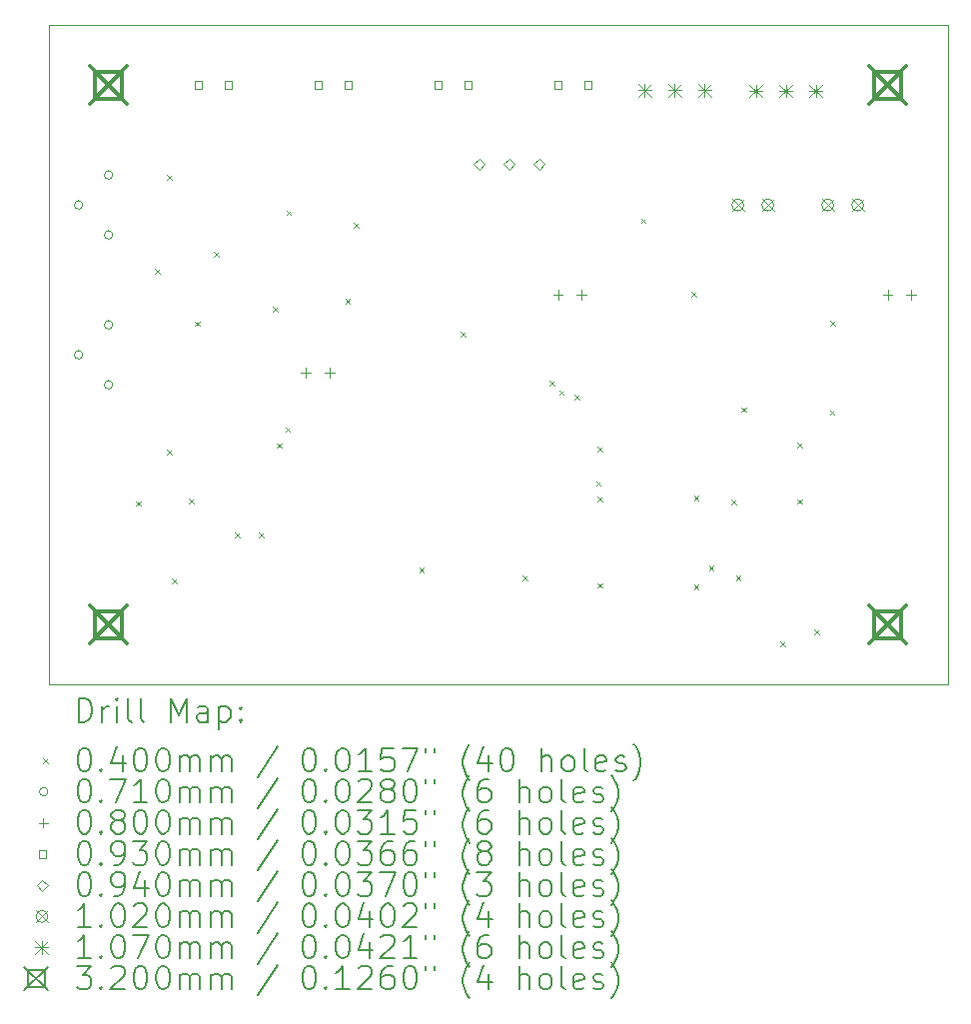
<source format=gbr>
%TF.GenerationSoftware,KiCad,Pcbnew,8.0.0*%
%TF.CreationDate,2024-04-17T16:33:58+02:00*%
%TF.ProjectId,bspdv3,62737064-7633-42e6-9b69-6361645f7063,rev?*%
%TF.SameCoordinates,Original*%
%TF.FileFunction,Drillmap*%
%TF.FilePolarity,Positive*%
%FSLAX45Y45*%
G04 Gerber Fmt 4.5, Leading zero omitted, Abs format (unit mm)*
G04 Created by KiCad (PCBNEW 8.0.0) date 2024-04-17 16:33:58*
%MOMM*%
%LPD*%
G01*
G04 APERTURE LIST*
%ADD10C,0.100000*%
%ADD11C,0.200000*%
%ADD12C,0.102000*%
%ADD13C,0.107000*%
%ADD14C,0.320000*%
G04 APERTURE END LIST*
D10*
X1778000Y-1524000D02*
X9398000Y-1524000D01*
X9398000Y-7112000D01*
X1778000Y-7112000D01*
X1778000Y-1524000D01*
D11*
D10*
X2518380Y-5557880D02*
X2558380Y-5597880D01*
X2558380Y-5557880D02*
X2518380Y-5597880D01*
X2680830Y-3587340D02*
X2720830Y-3627340D01*
X2720830Y-3587340D02*
X2680830Y-3627340D01*
X2779000Y-2793430D02*
X2819000Y-2833430D01*
X2819000Y-2793430D02*
X2779000Y-2833430D01*
X2780060Y-5120600D02*
X2820060Y-5160600D01*
X2820060Y-5120600D02*
X2780060Y-5160600D01*
X2824050Y-6212280D02*
X2864050Y-6252280D01*
X2864050Y-6212280D02*
X2824050Y-6252280D01*
X2968240Y-5540010D02*
X3008240Y-5580010D01*
X3008240Y-5540010D02*
X2968240Y-5580010D01*
X3017920Y-4035250D02*
X3057920Y-4075250D01*
X3057920Y-4035250D02*
X3017920Y-4075250D01*
X3182250Y-3448650D02*
X3222250Y-3488650D01*
X3222250Y-3448650D02*
X3182250Y-3488650D01*
X3358360Y-5824250D02*
X3398360Y-5864250D01*
X3398360Y-5824250D02*
X3358360Y-5864250D01*
X3561200Y-5821890D02*
X3601200Y-5861890D01*
X3601200Y-5821890D02*
X3561200Y-5861890D01*
X3680190Y-3909890D02*
X3720190Y-3949890D01*
X3720190Y-3909890D02*
X3680190Y-3949890D01*
X3712070Y-5067060D02*
X3752070Y-5107060D01*
X3752070Y-5067060D02*
X3712070Y-5107060D01*
X3784750Y-4931830D02*
X3824750Y-4971830D01*
X3824750Y-4931830D02*
X3784750Y-4971830D01*
X3794720Y-3093890D02*
X3834720Y-3133890D01*
X3834720Y-3093890D02*
X3794720Y-3133890D01*
X4292690Y-3844590D02*
X4332690Y-3884590D01*
X4332690Y-3844590D02*
X4292690Y-3884590D01*
X4366490Y-3202140D02*
X4406490Y-3242140D01*
X4406490Y-3202140D02*
X4366490Y-3242140D01*
X4920300Y-6120440D02*
X4960300Y-6160440D01*
X4960300Y-6120440D02*
X4920300Y-6160440D01*
X5274200Y-4124350D02*
X5314200Y-4164350D01*
X5314200Y-4124350D02*
X5274200Y-4164350D01*
X5796600Y-6189820D02*
X5836600Y-6229820D01*
X5836600Y-6189820D02*
X5796600Y-6229820D01*
X6024950Y-4540250D02*
X6064950Y-4580250D01*
X6064950Y-4540250D02*
X6024950Y-4580250D01*
X6104270Y-4618010D02*
X6144270Y-4658010D01*
X6144270Y-4618010D02*
X6104270Y-4658010D01*
X6237070Y-4655220D02*
X6277070Y-4695220D01*
X6277070Y-4655220D02*
X6237070Y-4695220D01*
X6417310Y-5388680D02*
X6457310Y-5428680D01*
X6457310Y-5388680D02*
X6417310Y-5428680D01*
X6429430Y-5096520D02*
X6469430Y-5136520D01*
X6469430Y-5096520D02*
X6429430Y-5136520D01*
X6429850Y-5518520D02*
X6469850Y-5558520D01*
X6469850Y-5518520D02*
X6429850Y-5558520D01*
X6429960Y-6253130D02*
X6469960Y-6293130D01*
X6469960Y-6253130D02*
X6429960Y-6293130D01*
X6799790Y-3161930D02*
X6839790Y-3201930D01*
X6839790Y-3161930D02*
X6799790Y-3201930D01*
X7227090Y-3786250D02*
X7267090Y-3826250D01*
X7267090Y-3786250D02*
X7227090Y-3826250D01*
X7249050Y-5511590D02*
X7289050Y-5551590D01*
X7289050Y-5511590D02*
X7249050Y-5551590D01*
X7249050Y-6263130D02*
X7289050Y-6303130D01*
X7289050Y-6263130D02*
X7249050Y-6303130D01*
X7374740Y-6105100D02*
X7414740Y-6145100D01*
X7414740Y-6105100D02*
X7374740Y-6145100D01*
X7562970Y-5542980D02*
X7602970Y-5582980D01*
X7602970Y-5542980D02*
X7562970Y-5582980D01*
X7604460Y-6189630D02*
X7644460Y-6229630D01*
X7644460Y-6189630D02*
X7604460Y-6229630D01*
X7649750Y-4763420D02*
X7689750Y-4803420D01*
X7689750Y-4763420D02*
X7649750Y-4803420D01*
X7978140Y-6750310D02*
X8018140Y-6790310D01*
X8018140Y-6750310D02*
X7978140Y-6790310D01*
X8121890Y-5540280D02*
X8161890Y-5580280D01*
X8161890Y-5540280D02*
X8121890Y-5580280D01*
X8124640Y-5064320D02*
X8164640Y-5104320D01*
X8164640Y-5064320D02*
X8124640Y-5104320D01*
X8266280Y-6647500D02*
X8306280Y-6687500D01*
X8306280Y-6647500D02*
X8266280Y-6687500D01*
X8400420Y-4787390D02*
X8440420Y-4827390D01*
X8440420Y-4787390D02*
X8400420Y-4827390D01*
X8403940Y-4032520D02*
X8443940Y-4072520D01*
X8443940Y-4032520D02*
X8403940Y-4072520D01*
X2067500Y-3048000D02*
G75*
G02*
X1996500Y-3048000I-35500J0D01*
G01*
X1996500Y-3048000D02*
G75*
G02*
X2067500Y-3048000I35500J0D01*
G01*
X2067500Y-4318000D02*
G75*
G02*
X1996500Y-4318000I-35500J0D01*
G01*
X1996500Y-4318000D02*
G75*
G02*
X2067500Y-4318000I35500J0D01*
G01*
X2321500Y-2794000D02*
G75*
G02*
X2250500Y-2794000I-35500J0D01*
G01*
X2250500Y-2794000D02*
G75*
G02*
X2321500Y-2794000I35500J0D01*
G01*
X2321500Y-3302000D02*
G75*
G02*
X2250500Y-3302000I-35500J0D01*
G01*
X2250500Y-3302000D02*
G75*
G02*
X2321500Y-3302000I35500J0D01*
G01*
X2321500Y-4064000D02*
G75*
G02*
X2250500Y-4064000I-35500J0D01*
G01*
X2250500Y-4064000D02*
G75*
G02*
X2321500Y-4064000I35500J0D01*
G01*
X2321500Y-4572000D02*
G75*
G02*
X2250500Y-4572000I-35500J0D01*
G01*
X2250500Y-4572000D02*
G75*
G02*
X2321500Y-4572000I35500J0D01*
G01*
X3959510Y-4430400D02*
X3959510Y-4510400D01*
X3919510Y-4470400D02*
X3999510Y-4470400D01*
X4159510Y-4430400D02*
X4159510Y-4510400D01*
X4119510Y-4470400D02*
X4199510Y-4470400D01*
X6096000Y-3770000D02*
X6096000Y-3850000D01*
X6056000Y-3810000D02*
X6136000Y-3810000D01*
X6296000Y-3770000D02*
X6296000Y-3850000D01*
X6256000Y-3810000D02*
X6336000Y-3810000D01*
X8890000Y-3770000D02*
X8890000Y-3850000D01*
X8850000Y-3810000D02*
X8930000Y-3810000D01*
X9090000Y-3770000D02*
X9090000Y-3850000D01*
X9050000Y-3810000D02*
X9130000Y-3810000D01*
X3080881Y-2064881D02*
X3080881Y-1999119D01*
X3015119Y-1999119D01*
X3015119Y-2064881D01*
X3080881Y-2064881D01*
X3334881Y-2064881D02*
X3334881Y-1999119D01*
X3269119Y-1999119D01*
X3269119Y-2064881D01*
X3334881Y-2064881D01*
X4096881Y-2064881D02*
X4096881Y-1999119D01*
X4031119Y-1999119D01*
X4031119Y-2064881D01*
X4096881Y-2064881D01*
X4350881Y-2064881D02*
X4350881Y-1999119D01*
X4285119Y-1999119D01*
X4285119Y-2064881D01*
X4350881Y-2064881D01*
X5112881Y-2064881D02*
X5112881Y-1999119D01*
X5047119Y-1999119D01*
X5047119Y-2064881D01*
X5112881Y-2064881D01*
X5366881Y-2064881D02*
X5366881Y-1999119D01*
X5301119Y-1999119D01*
X5301119Y-2064881D01*
X5366881Y-2064881D01*
X6128881Y-2064881D02*
X6128881Y-1999119D01*
X6063119Y-1999119D01*
X6063119Y-2064881D01*
X6128881Y-2064881D01*
X6382881Y-2064881D02*
X6382881Y-1999119D01*
X6317119Y-1999119D01*
X6317119Y-2064881D01*
X6382881Y-2064881D01*
X5429450Y-2749400D02*
X5476450Y-2702400D01*
X5429450Y-2655400D01*
X5382450Y-2702400D01*
X5429450Y-2749400D01*
X5683450Y-2749400D02*
X5730450Y-2702400D01*
X5683450Y-2655400D01*
X5636450Y-2702400D01*
X5683450Y-2749400D01*
X5937450Y-2749400D02*
X5984450Y-2702400D01*
X5937450Y-2655400D01*
X5890450Y-2702400D01*
X5937450Y-2749400D01*
D12*
X7569000Y-2997000D02*
X7671000Y-3099000D01*
X7671000Y-2997000D02*
X7569000Y-3099000D01*
X7671000Y-3048000D02*
G75*
G02*
X7569000Y-3048000I-51000J0D01*
G01*
X7569000Y-3048000D02*
G75*
G02*
X7671000Y-3048000I51000J0D01*
G01*
X7823000Y-2997000D02*
X7925000Y-3099000D01*
X7925000Y-2997000D02*
X7823000Y-3099000D01*
X7925000Y-3048000D02*
G75*
G02*
X7823000Y-3048000I-51000J0D01*
G01*
X7823000Y-3048000D02*
G75*
G02*
X7925000Y-3048000I51000J0D01*
G01*
X8331000Y-2997000D02*
X8433000Y-3099000D01*
X8433000Y-2997000D02*
X8331000Y-3099000D01*
X8433000Y-3048000D02*
G75*
G02*
X8331000Y-3048000I-51000J0D01*
G01*
X8331000Y-3048000D02*
G75*
G02*
X8433000Y-3048000I51000J0D01*
G01*
X8585000Y-2997000D02*
X8687000Y-3099000D01*
X8687000Y-2997000D02*
X8585000Y-3099000D01*
X8687000Y-3048000D02*
G75*
G02*
X8585000Y-3048000I-51000J0D01*
G01*
X8585000Y-3048000D02*
G75*
G02*
X8687000Y-3048000I51000J0D01*
G01*
D13*
X6778200Y-2021800D02*
X6885200Y-2128800D01*
X6885200Y-2021800D02*
X6778200Y-2128800D01*
X6831700Y-2021800D02*
X6831700Y-2128800D01*
X6778200Y-2075300D02*
X6885200Y-2075300D01*
X7032200Y-2021800D02*
X7139200Y-2128800D01*
X7139200Y-2021800D02*
X7032200Y-2128800D01*
X7085700Y-2021800D02*
X7085700Y-2128800D01*
X7032200Y-2075300D02*
X7139200Y-2075300D01*
X7286200Y-2021800D02*
X7393200Y-2128800D01*
X7393200Y-2021800D02*
X7286200Y-2128800D01*
X7339700Y-2021800D02*
X7339700Y-2128800D01*
X7286200Y-2075300D02*
X7393200Y-2075300D01*
X7718900Y-2029300D02*
X7825900Y-2136300D01*
X7825900Y-2029300D02*
X7718900Y-2136300D01*
X7772400Y-2029300D02*
X7772400Y-2136300D01*
X7718900Y-2082800D02*
X7825900Y-2082800D01*
X7972900Y-2029300D02*
X8079900Y-2136300D01*
X8079900Y-2029300D02*
X7972900Y-2136300D01*
X8026400Y-2029300D02*
X8026400Y-2136300D01*
X7972900Y-2082800D02*
X8079900Y-2082800D01*
X8226900Y-2029300D02*
X8333900Y-2136300D01*
X8333900Y-2029300D02*
X8226900Y-2136300D01*
X8280400Y-2029300D02*
X8280400Y-2136300D01*
X8226900Y-2082800D02*
X8333900Y-2082800D01*
D14*
X2126000Y-1872000D02*
X2446000Y-2192000D01*
X2446000Y-1872000D02*
X2126000Y-2192000D01*
X2399138Y-2145138D02*
X2399138Y-1918862D01*
X2172862Y-1918862D01*
X2172862Y-2145138D01*
X2399138Y-2145138D01*
X2126000Y-6444000D02*
X2446000Y-6764000D01*
X2446000Y-6444000D02*
X2126000Y-6764000D01*
X2399138Y-6717138D02*
X2399138Y-6490862D01*
X2172862Y-6490862D01*
X2172862Y-6717138D01*
X2399138Y-6717138D01*
X8730000Y-1872000D02*
X9050000Y-2192000D01*
X9050000Y-1872000D02*
X8730000Y-2192000D01*
X9003138Y-2145138D02*
X9003138Y-1918862D01*
X8776862Y-1918862D01*
X8776862Y-2145138D01*
X9003138Y-2145138D01*
X8730000Y-6444000D02*
X9050000Y-6764000D01*
X9050000Y-6444000D02*
X8730000Y-6764000D01*
X9003138Y-6717138D02*
X9003138Y-6490862D01*
X8776862Y-6490862D01*
X8776862Y-6717138D01*
X9003138Y-6717138D01*
D11*
X2033777Y-7428484D02*
X2033777Y-7228484D01*
X2033777Y-7228484D02*
X2081396Y-7228484D01*
X2081396Y-7228484D02*
X2109967Y-7238008D01*
X2109967Y-7238008D02*
X2129015Y-7257055D01*
X2129015Y-7257055D02*
X2138539Y-7276103D01*
X2138539Y-7276103D02*
X2148063Y-7314198D01*
X2148063Y-7314198D02*
X2148063Y-7342769D01*
X2148063Y-7342769D02*
X2138539Y-7380865D01*
X2138539Y-7380865D02*
X2129015Y-7399912D01*
X2129015Y-7399912D02*
X2109967Y-7418960D01*
X2109967Y-7418960D02*
X2081396Y-7428484D01*
X2081396Y-7428484D02*
X2033777Y-7428484D01*
X2233777Y-7428484D02*
X2233777Y-7295150D01*
X2233777Y-7333246D02*
X2243301Y-7314198D01*
X2243301Y-7314198D02*
X2252824Y-7304674D01*
X2252824Y-7304674D02*
X2271872Y-7295150D01*
X2271872Y-7295150D02*
X2290920Y-7295150D01*
X2357586Y-7428484D02*
X2357586Y-7295150D01*
X2357586Y-7228484D02*
X2348063Y-7238008D01*
X2348063Y-7238008D02*
X2357586Y-7247531D01*
X2357586Y-7247531D02*
X2367110Y-7238008D01*
X2367110Y-7238008D02*
X2357586Y-7228484D01*
X2357586Y-7228484D02*
X2357586Y-7247531D01*
X2481396Y-7428484D02*
X2462348Y-7418960D01*
X2462348Y-7418960D02*
X2452824Y-7399912D01*
X2452824Y-7399912D02*
X2452824Y-7228484D01*
X2586158Y-7428484D02*
X2567110Y-7418960D01*
X2567110Y-7418960D02*
X2557586Y-7399912D01*
X2557586Y-7399912D02*
X2557586Y-7228484D01*
X2814729Y-7428484D02*
X2814729Y-7228484D01*
X2814729Y-7228484D02*
X2881396Y-7371341D01*
X2881396Y-7371341D02*
X2948062Y-7228484D01*
X2948062Y-7228484D02*
X2948062Y-7428484D01*
X3129015Y-7428484D02*
X3129015Y-7323722D01*
X3129015Y-7323722D02*
X3119491Y-7304674D01*
X3119491Y-7304674D02*
X3100443Y-7295150D01*
X3100443Y-7295150D02*
X3062348Y-7295150D01*
X3062348Y-7295150D02*
X3043301Y-7304674D01*
X3129015Y-7418960D02*
X3109967Y-7428484D01*
X3109967Y-7428484D02*
X3062348Y-7428484D01*
X3062348Y-7428484D02*
X3043301Y-7418960D01*
X3043301Y-7418960D02*
X3033777Y-7399912D01*
X3033777Y-7399912D02*
X3033777Y-7380865D01*
X3033777Y-7380865D02*
X3043301Y-7361817D01*
X3043301Y-7361817D02*
X3062348Y-7352293D01*
X3062348Y-7352293D02*
X3109967Y-7352293D01*
X3109967Y-7352293D02*
X3129015Y-7342769D01*
X3224253Y-7295150D02*
X3224253Y-7495150D01*
X3224253Y-7304674D02*
X3243301Y-7295150D01*
X3243301Y-7295150D02*
X3281396Y-7295150D01*
X3281396Y-7295150D02*
X3300443Y-7304674D01*
X3300443Y-7304674D02*
X3309967Y-7314198D01*
X3309967Y-7314198D02*
X3319491Y-7333246D01*
X3319491Y-7333246D02*
X3319491Y-7390388D01*
X3319491Y-7390388D02*
X3309967Y-7409436D01*
X3309967Y-7409436D02*
X3300443Y-7418960D01*
X3300443Y-7418960D02*
X3281396Y-7428484D01*
X3281396Y-7428484D02*
X3243301Y-7428484D01*
X3243301Y-7428484D02*
X3224253Y-7418960D01*
X3405205Y-7409436D02*
X3414729Y-7418960D01*
X3414729Y-7418960D02*
X3405205Y-7428484D01*
X3405205Y-7428484D02*
X3395682Y-7418960D01*
X3395682Y-7418960D02*
X3405205Y-7409436D01*
X3405205Y-7409436D02*
X3405205Y-7428484D01*
X3405205Y-7304674D02*
X3414729Y-7314198D01*
X3414729Y-7314198D02*
X3405205Y-7323722D01*
X3405205Y-7323722D02*
X3395682Y-7314198D01*
X3395682Y-7314198D02*
X3405205Y-7304674D01*
X3405205Y-7304674D02*
X3405205Y-7323722D01*
D10*
X1733000Y-7737000D02*
X1773000Y-7777000D01*
X1773000Y-7737000D02*
X1733000Y-7777000D01*
D11*
X2071872Y-7648484D02*
X2090920Y-7648484D01*
X2090920Y-7648484D02*
X2109967Y-7658008D01*
X2109967Y-7658008D02*
X2119491Y-7667531D01*
X2119491Y-7667531D02*
X2129015Y-7686579D01*
X2129015Y-7686579D02*
X2138539Y-7724674D01*
X2138539Y-7724674D02*
X2138539Y-7772293D01*
X2138539Y-7772293D02*
X2129015Y-7810388D01*
X2129015Y-7810388D02*
X2119491Y-7829436D01*
X2119491Y-7829436D02*
X2109967Y-7838960D01*
X2109967Y-7838960D02*
X2090920Y-7848484D01*
X2090920Y-7848484D02*
X2071872Y-7848484D01*
X2071872Y-7848484D02*
X2052824Y-7838960D01*
X2052824Y-7838960D02*
X2043301Y-7829436D01*
X2043301Y-7829436D02*
X2033777Y-7810388D01*
X2033777Y-7810388D02*
X2024253Y-7772293D01*
X2024253Y-7772293D02*
X2024253Y-7724674D01*
X2024253Y-7724674D02*
X2033777Y-7686579D01*
X2033777Y-7686579D02*
X2043301Y-7667531D01*
X2043301Y-7667531D02*
X2052824Y-7658008D01*
X2052824Y-7658008D02*
X2071872Y-7648484D01*
X2224253Y-7829436D02*
X2233777Y-7838960D01*
X2233777Y-7838960D02*
X2224253Y-7848484D01*
X2224253Y-7848484D02*
X2214729Y-7838960D01*
X2214729Y-7838960D02*
X2224253Y-7829436D01*
X2224253Y-7829436D02*
X2224253Y-7848484D01*
X2405205Y-7715150D02*
X2405205Y-7848484D01*
X2357586Y-7638960D02*
X2309967Y-7781817D01*
X2309967Y-7781817D02*
X2433777Y-7781817D01*
X2548063Y-7648484D02*
X2567110Y-7648484D01*
X2567110Y-7648484D02*
X2586158Y-7658008D01*
X2586158Y-7658008D02*
X2595682Y-7667531D01*
X2595682Y-7667531D02*
X2605205Y-7686579D01*
X2605205Y-7686579D02*
X2614729Y-7724674D01*
X2614729Y-7724674D02*
X2614729Y-7772293D01*
X2614729Y-7772293D02*
X2605205Y-7810388D01*
X2605205Y-7810388D02*
X2595682Y-7829436D01*
X2595682Y-7829436D02*
X2586158Y-7838960D01*
X2586158Y-7838960D02*
X2567110Y-7848484D01*
X2567110Y-7848484D02*
X2548063Y-7848484D01*
X2548063Y-7848484D02*
X2529015Y-7838960D01*
X2529015Y-7838960D02*
X2519491Y-7829436D01*
X2519491Y-7829436D02*
X2509967Y-7810388D01*
X2509967Y-7810388D02*
X2500444Y-7772293D01*
X2500444Y-7772293D02*
X2500444Y-7724674D01*
X2500444Y-7724674D02*
X2509967Y-7686579D01*
X2509967Y-7686579D02*
X2519491Y-7667531D01*
X2519491Y-7667531D02*
X2529015Y-7658008D01*
X2529015Y-7658008D02*
X2548063Y-7648484D01*
X2738539Y-7648484D02*
X2757586Y-7648484D01*
X2757586Y-7648484D02*
X2776634Y-7658008D01*
X2776634Y-7658008D02*
X2786158Y-7667531D01*
X2786158Y-7667531D02*
X2795682Y-7686579D01*
X2795682Y-7686579D02*
X2805205Y-7724674D01*
X2805205Y-7724674D02*
X2805205Y-7772293D01*
X2805205Y-7772293D02*
X2795682Y-7810388D01*
X2795682Y-7810388D02*
X2786158Y-7829436D01*
X2786158Y-7829436D02*
X2776634Y-7838960D01*
X2776634Y-7838960D02*
X2757586Y-7848484D01*
X2757586Y-7848484D02*
X2738539Y-7848484D01*
X2738539Y-7848484D02*
X2719491Y-7838960D01*
X2719491Y-7838960D02*
X2709967Y-7829436D01*
X2709967Y-7829436D02*
X2700444Y-7810388D01*
X2700444Y-7810388D02*
X2690920Y-7772293D01*
X2690920Y-7772293D02*
X2690920Y-7724674D01*
X2690920Y-7724674D02*
X2700444Y-7686579D01*
X2700444Y-7686579D02*
X2709967Y-7667531D01*
X2709967Y-7667531D02*
X2719491Y-7658008D01*
X2719491Y-7658008D02*
X2738539Y-7648484D01*
X2890920Y-7848484D02*
X2890920Y-7715150D01*
X2890920Y-7734198D02*
X2900443Y-7724674D01*
X2900443Y-7724674D02*
X2919491Y-7715150D01*
X2919491Y-7715150D02*
X2948063Y-7715150D01*
X2948063Y-7715150D02*
X2967110Y-7724674D01*
X2967110Y-7724674D02*
X2976634Y-7743722D01*
X2976634Y-7743722D02*
X2976634Y-7848484D01*
X2976634Y-7743722D02*
X2986158Y-7724674D01*
X2986158Y-7724674D02*
X3005205Y-7715150D01*
X3005205Y-7715150D02*
X3033777Y-7715150D01*
X3033777Y-7715150D02*
X3052824Y-7724674D01*
X3052824Y-7724674D02*
X3062348Y-7743722D01*
X3062348Y-7743722D02*
X3062348Y-7848484D01*
X3157586Y-7848484D02*
X3157586Y-7715150D01*
X3157586Y-7734198D02*
X3167110Y-7724674D01*
X3167110Y-7724674D02*
X3186158Y-7715150D01*
X3186158Y-7715150D02*
X3214729Y-7715150D01*
X3214729Y-7715150D02*
X3233777Y-7724674D01*
X3233777Y-7724674D02*
X3243301Y-7743722D01*
X3243301Y-7743722D02*
X3243301Y-7848484D01*
X3243301Y-7743722D02*
X3252824Y-7724674D01*
X3252824Y-7724674D02*
X3271872Y-7715150D01*
X3271872Y-7715150D02*
X3300443Y-7715150D01*
X3300443Y-7715150D02*
X3319491Y-7724674D01*
X3319491Y-7724674D02*
X3329015Y-7743722D01*
X3329015Y-7743722D02*
X3329015Y-7848484D01*
X3719491Y-7638960D02*
X3548063Y-7896103D01*
X3976634Y-7648484D02*
X3995682Y-7648484D01*
X3995682Y-7648484D02*
X4014729Y-7658008D01*
X4014729Y-7658008D02*
X4024253Y-7667531D01*
X4024253Y-7667531D02*
X4033777Y-7686579D01*
X4033777Y-7686579D02*
X4043301Y-7724674D01*
X4043301Y-7724674D02*
X4043301Y-7772293D01*
X4043301Y-7772293D02*
X4033777Y-7810388D01*
X4033777Y-7810388D02*
X4024253Y-7829436D01*
X4024253Y-7829436D02*
X4014729Y-7838960D01*
X4014729Y-7838960D02*
X3995682Y-7848484D01*
X3995682Y-7848484D02*
X3976634Y-7848484D01*
X3976634Y-7848484D02*
X3957586Y-7838960D01*
X3957586Y-7838960D02*
X3948063Y-7829436D01*
X3948063Y-7829436D02*
X3938539Y-7810388D01*
X3938539Y-7810388D02*
X3929015Y-7772293D01*
X3929015Y-7772293D02*
X3929015Y-7724674D01*
X3929015Y-7724674D02*
X3938539Y-7686579D01*
X3938539Y-7686579D02*
X3948063Y-7667531D01*
X3948063Y-7667531D02*
X3957586Y-7658008D01*
X3957586Y-7658008D02*
X3976634Y-7648484D01*
X4129015Y-7829436D02*
X4138539Y-7838960D01*
X4138539Y-7838960D02*
X4129015Y-7848484D01*
X4129015Y-7848484D02*
X4119491Y-7838960D01*
X4119491Y-7838960D02*
X4129015Y-7829436D01*
X4129015Y-7829436D02*
X4129015Y-7848484D01*
X4262348Y-7648484D02*
X4281396Y-7648484D01*
X4281396Y-7648484D02*
X4300444Y-7658008D01*
X4300444Y-7658008D02*
X4309968Y-7667531D01*
X4309968Y-7667531D02*
X4319491Y-7686579D01*
X4319491Y-7686579D02*
X4329015Y-7724674D01*
X4329015Y-7724674D02*
X4329015Y-7772293D01*
X4329015Y-7772293D02*
X4319491Y-7810388D01*
X4319491Y-7810388D02*
X4309968Y-7829436D01*
X4309968Y-7829436D02*
X4300444Y-7838960D01*
X4300444Y-7838960D02*
X4281396Y-7848484D01*
X4281396Y-7848484D02*
X4262348Y-7848484D01*
X4262348Y-7848484D02*
X4243301Y-7838960D01*
X4243301Y-7838960D02*
X4233777Y-7829436D01*
X4233777Y-7829436D02*
X4224253Y-7810388D01*
X4224253Y-7810388D02*
X4214729Y-7772293D01*
X4214729Y-7772293D02*
X4214729Y-7724674D01*
X4214729Y-7724674D02*
X4224253Y-7686579D01*
X4224253Y-7686579D02*
X4233777Y-7667531D01*
X4233777Y-7667531D02*
X4243301Y-7658008D01*
X4243301Y-7658008D02*
X4262348Y-7648484D01*
X4519491Y-7848484D02*
X4405206Y-7848484D01*
X4462348Y-7848484D02*
X4462348Y-7648484D01*
X4462348Y-7648484D02*
X4443301Y-7677055D01*
X4443301Y-7677055D02*
X4424253Y-7696103D01*
X4424253Y-7696103D02*
X4405206Y-7705627D01*
X4700444Y-7648484D02*
X4605206Y-7648484D01*
X4605206Y-7648484D02*
X4595682Y-7743722D01*
X4595682Y-7743722D02*
X4605206Y-7734198D01*
X4605206Y-7734198D02*
X4624253Y-7724674D01*
X4624253Y-7724674D02*
X4671872Y-7724674D01*
X4671872Y-7724674D02*
X4690920Y-7734198D01*
X4690920Y-7734198D02*
X4700444Y-7743722D01*
X4700444Y-7743722D02*
X4709968Y-7762769D01*
X4709968Y-7762769D02*
X4709968Y-7810388D01*
X4709968Y-7810388D02*
X4700444Y-7829436D01*
X4700444Y-7829436D02*
X4690920Y-7838960D01*
X4690920Y-7838960D02*
X4671872Y-7848484D01*
X4671872Y-7848484D02*
X4624253Y-7848484D01*
X4624253Y-7848484D02*
X4605206Y-7838960D01*
X4605206Y-7838960D02*
X4595682Y-7829436D01*
X4776634Y-7648484D02*
X4909968Y-7648484D01*
X4909968Y-7648484D02*
X4824253Y-7848484D01*
X4976634Y-7648484D02*
X4976634Y-7686579D01*
X5052825Y-7648484D02*
X5052825Y-7686579D01*
X5348063Y-7924674D02*
X5338539Y-7915150D01*
X5338539Y-7915150D02*
X5319491Y-7886579D01*
X5319491Y-7886579D02*
X5309968Y-7867531D01*
X5309968Y-7867531D02*
X5300444Y-7838960D01*
X5300444Y-7838960D02*
X5290920Y-7791341D01*
X5290920Y-7791341D02*
X5290920Y-7753246D01*
X5290920Y-7753246D02*
X5300444Y-7705627D01*
X5300444Y-7705627D02*
X5309968Y-7677055D01*
X5309968Y-7677055D02*
X5319491Y-7658008D01*
X5319491Y-7658008D02*
X5338539Y-7629436D01*
X5338539Y-7629436D02*
X5348063Y-7619912D01*
X5509968Y-7715150D02*
X5509968Y-7848484D01*
X5462349Y-7638960D02*
X5414730Y-7781817D01*
X5414730Y-7781817D02*
X5538539Y-7781817D01*
X5652825Y-7648484D02*
X5671872Y-7648484D01*
X5671872Y-7648484D02*
X5690920Y-7658008D01*
X5690920Y-7658008D02*
X5700444Y-7667531D01*
X5700444Y-7667531D02*
X5709968Y-7686579D01*
X5709968Y-7686579D02*
X5719491Y-7724674D01*
X5719491Y-7724674D02*
X5719491Y-7772293D01*
X5719491Y-7772293D02*
X5709968Y-7810388D01*
X5709968Y-7810388D02*
X5700444Y-7829436D01*
X5700444Y-7829436D02*
X5690920Y-7838960D01*
X5690920Y-7838960D02*
X5671872Y-7848484D01*
X5671872Y-7848484D02*
X5652825Y-7848484D01*
X5652825Y-7848484D02*
X5633777Y-7838960D01*
X5633777Y-7838960D02*
X5624253Y-7829436D01*
X5624253Y-7829436D02*
X5614729Y-7810388D01*
X5614729Y-7810388D02*
X5605206Y-7772293D01*
X5605206Y-7772293D02*
X5605206Y-7724674D01*
X5605206Y-7724674D02*
X5614729Y-7686579D01*
X5614729Y-7686579D02*
X5624253Y-7667531D01*
X5624253Y-7667531D02*
X5633777Y-7658008D01*
X5633777Y-7658008D02*
X5652825Y-7648484D01*
X5957587Y-7848484D02*
X5957587Y-7648484D01*
X6043301Y-7848484D02*
X6043301Y-7743722D01*
X6043301Y-7743722D02*
X6033777Y-7724674D01*
X6033777Y-7724674D02*
X6014730Y-7715150D01*
X6014730Y-7715150D02*
X5986158Y-7715150D01*
X5986158Y-7715150D02*
X5967110Y-7724674D01*
X5967110Y-7724674D02*
X5957587Y-7734198D01*
X6167110Y-7848484D02*
X6148063Y-7838960D01*
X6148063Y-7838960D02*
X6138539Y-7829436D01*
X6138539Y-7829436D02*
X6129015Y-7810388D01*
X6129015Y-7810388D02*
X6129015Y-7753246D01*
X6129015Y-7753246D02*
X6138539Y-7734198D01*
X6138539Y-7734198D02*
X6148063Y-7724674D01*
X6148063Y-7724674D02*
X6167110Y-7715150D01*
X6167110Y-7715150D02*
X6195682Y-7715150D01*
X6195682Y-7715150D02*
X6214730Y-7724674D01*
X6214730Y-7724674D02*
X6224253Y-7734198D01*
X6224253Y-7734198D02*
X6233777Y-7753246D01*
X6233777Y-7753246D02*
X6233777Y-7810388D01*
X6233777Y-7810388D02*
X6224253Y-7829436D01*
X6224253Y-7829436D02*
X6214730Y-7838960D01*
X6214730Y-7838960D02*
X6195682Y-7848484D01*
X6195682Y-7848484D02*
X6167110Y-7848484D01*
X6348063Y-7848484D02*
X6329015Y-7838960D01*
X6329015Y-7838960D02*
X6319491Y-7819912D01*
X6319491Y-7819912D02*
X6319491Y-7648484D01*
X6500444Y-7838960D02*
X6481396Y-7848484D01*
X6481396Y-7848484D02*
X6443301Y-7848484D01*
X6443301Y-7848484D02*
X6424253Y-7838960D01*
X6424253Y-7838960D02*
X6414730Y-7819912D01*
X6414730Y-7819912D02*
X6414730Y-7743722D01*
X6414730Y-7743722D02*
X6424253Y-7724674D01*
X6424253Y-7724674D02*
X6443301Y-7715150D01*
X6443301Y-7715150D02*
X6481396Y-7715150D01*
X6481396Y-7715150D02*
X6500444Y-7724674D01*
X6500444Y-7724674D02*
X6509968Y-7743722D01*
X6509968Y-7743722D02*
X6509968Y-7762769D01*
X6509968Y-7762769D02*
X6414730Y-7781817D01*
X6586158Y-7838960D02*
X6605206Y-7848484D01*
X6605206Y-7848484D02*
X6643301Y-7848484D01*
X6643301Y-7848484D02*
X6662349Y-7838960D01*
X6662349Y-7838960D02*
X6671872Y-7819912D01*
X6671872Y-7819912D02*
X6671872Y-7810388D01*
X6671872Y-7810388D02*
X6662349Y-7791341D01*
X6662349Y-7791341D02*
X6643301Y-7781817D01*
X6643301Y-7781817D02*
X6614730Y-7781817D01*
X6614730Y-7781817D02*
X6595682Y-7772293D01*
X6595682Y-7772293D02*
X6586158Y-7753246D01*
X6586158Y-7753246D02*
X6586158Y-7743722D01*
X6586158Y-7743722D02*
X6595682Y-7724674D01*
X6595682Y-7724674D02*
X6614730Y-7715150D01*
X6614730Y-7715150D02*
X6643301Y-7715150D01*
X6643301Y-7715150D02*
X6662349Y-7724674D01*
X6738539Y-7924674D02*
X6748063Y-7915150D01*
X6748063Y-7915150D02*
X6767111Y-7886579D01*
X6767111Y-7886579D02*
X6776634Y-7867531D01*
X6776634Y-7867531D02*
X6786158Y-7838960D01*
X6786158Y-7838960D02*
X6795682Y-7791341D01*
X6795682Y-7791341D02*
X6795682Y-7753246D01*
X6795682Y-7753246D02*
X6786158Y-7705627D01*
X6786158Y-7705627D02*
X6776634Y-7677055D01*
X6776634Y-7677055D02*
X6767111Y-7658008D01*
X6767111Y-7658008D02*
X6748063Y-7629436D01*
X6748063Y-7629436D02*
X6738539Y-7619912D01*
D10*
X1773000Y-8021000D02*
G75*
G02*
X1702000Y-8021000I-35500J0D01*
G01*
X1702000Y-8021000D02*
G75*
G02*
X1773000Y-8021000I35500J0D01*
G01*
D11*
X2071872Y-7912484D02*
X2090920Y-7912484D01*
X2090920Y-7912484D02*
X2109967Y-7922008D01*
X2109967Y-7922008D02*
X2119491Y-7931531D01*
X2119491Y-7931531D02*
X2129015Y-7950579D01*
X2129015Y-7950579D02*
X2138539Y-7988674D01*
X2138539Y-7988674D02*
X2138539Y-8036293D01*
X2138539Y-8036293D02*
X2129015Y-8074388D01*
X2129015Y-8074388D02*
X2119491Y-8093436D01*
X2119491Y-8093436D02*
X2109967Y-8102960D01*
X2109967Y-8102960D02*
X2090920Y-8112484D01*
X2090920Y-8112484D02*
X2071872Y-8112484D01*
X2071872Y-8112484D02*
X2052824Y-8102960D01*
X2052824Y-8102960D02*
X2043301Y-8093436D01*
X2043301Y-8093436D02*
X2033777Y-8074388D01*
X2033777Y-8074388D02*
X2024253Y-8036293D01*
X2024253Y-8036293D02*
X2024253Y-7988674D01*
X2024253Y-7988674D02*
X2033777Y-7950579D01*
X2033777Y-7950579D02*
X2043301Y-7931531D01*
X2043301Y-7931531D02*
X2052824Y-7922008D01*
X2052824Y-7922008D02*
X2071872Y-7912484D01*
X2224253Y-8093436D02*
X2233777Y-8102960D01*
X2233777Y-8102960D02*
X2224253Y-8112484D01*
X2224253Y-8112484D02*
X2214729Y-8102960D01*
X2214729Y-8102960D02*
X2224253Y-8093436D01*
X2224253Y-8093436D02*
X2224253Y-8112484D01*
X2300444Y-7912484D02*
X2433777Y-7912484D01*
X2433777Y-7912484D02*
X2348063Y-8112484D01*
X2614729Y-8112484D02*
X2500444Y-8112484D01*
X2557586Y-8112484D02*
X2557586Y-7912484D01*
X2557586Y-7912484D02*
X2538539Y-7941055D01*
X2538539Y-7941055D02*
X2519491Y-7960103D01*
X2519491Y-7960103D02*
X2500444Y-7969627D01*
X2738539Y-7912484D02*
X2757586Y-7912484D01*
X2757586Y-7912484D02*
X2776634Y-7922008D01*
X2776634Y-7922008D02*
X2786158Y-7931531D01*
X2786158Y-7931531D02*
X2795682Y-7950579D01*
X2795682Y-7950579D02*
X2805205Y-7988674D01*
X2805205Y-7988674D02*
X2805205Y-8036293D01*
X2805205Y-8036293D02*
X2795682Y-8074388D01*
X2795682Y-8074388D02*
X2786158Y-8093436D01*
X2786158Y-8093436D02*
X2776634Y-8102960D01*
X2776634Y-8102960D02*
X2757586Y-8112484D01*
X2757586Y-8112484D02*
X2738539Y-8112484D01*
X2738539Y-8112484D02*
X2719491Y-8102960D01*
X2719491Y-8102960D02*
X2709967Y-8093436D01*
X2709967Y-8093436D02*
X2700444Y-8074388D01*
X2700444Y-8074388D02*
X2690920Y-8036293D01*
X2690920Y-8036293D02*
X2690920Y-7988674D01*
X2690920Y-7988674D02*
X2700444Y-7950579D01*
X2700444Y-7950579D02*
X2709967Y-7931531D01*
X2709967Y-7931531D02*
X2719491Y-7922008D01*
X2719491Y-7922008D02*
X2738539Y-7912484D01*
X2890920Y-8112484D02*
X2890920Y-7979150D01*
X2890920Y-7998198D02*
X2900443Y-7988674D01*
X2900443Y-7988674D02*
X2919491Y-7979150D01*
X2919491Y-7979150D02*
X2948063Y-7979150D01*
X2948063Y-7979150D02*
X2967110Y-7988674D01*
X2967110Y-7988674D02*
X2976634Y-8007722D01*
X2976634Y-8007722D02*
X2976634Y-8112484D01*
X2976634Y-8007722D02*
X2986158Y-7988674D01*
X2986158Y-7988674D02*
X3005205Y-7979150D01*
X3005205Y-7979150D02*
X3033777Y-7979150D01*
X3033777Y-7979150D02*
X3052824Y-7988674D01*
X3052824Y-7988674D02*
X3062348Y-8007722D01*
X3062348Y-8007722D02*
X3062348Y-8112484D01*
X3157586Y-8112484D02*
X3157586Y-7979150D01*
X3157586Y-7998198D02*
X3167110Y-7988674D01*
X3167110Y-7988674D02*
X3186158Y-7979150D01*
X3186158Y-7979150D02*
X3214729Y-7979150D01*
X3214729Y-7979150D02*
X3233777Y-7988674D01*
X3233777Y-7988674D02*
X3243301Y-8007722D01*
X3243301Y-8007722D02*
X3243301Y-8112484D01*
X3243301Y-8007722D02*
X3252824Y-7988674D01*
X3252824Y-7988674D02*
X3271872Y-7979150D01*
X3271872Y-7979150D02*
X3300443Y-7979150D01*
X3300443Y-7979150D02*
X3319491Y-7988674D01*
X3319491Y-7988674D02*
X3329015Y-8007722D01*
X3329015Y-8007722D02*
X3329015Y-8112484D01*
X3719491Y-7902960D02*
X3548063Y-8160103D01*
X3976634Y-7912484D02*
X3995682Y-7912484D01*
X3995682Y-7912484D02*
X4014729Y-7922008D01*
X4014729Y-7922008D02*
X4024253Y-7931531D01*
X4024253Y-7931531D02*
X4033777Y-7950579D01*
X4033777Y-7950579D02*
X4043301Y-7988674D01*
X4043301Y-7988674D02*
X4043301Y-8036293D01*
X4043301Y-8036293D02*
X4033777Y-8074388D01*
X4033777Y-8074388D02*
X4024253Y-8093436D01*
X4024253Y-8093436D02*
X4014729Y-8102960D01*
X4014729Y-8102960D02*
X3995682Y-8112484D01*
X3995682Y-8112484D02*
X3976634Y-8112484D01*
X3976634Y-8112484D02*
X3957586Y-8102960D01*
X3957586Y-8102960D02*
X3948063Y-8093436D01*
X3948063Y-8093436D02*
X3938539Y-8074388D01*
X3938539Y-8074388D02*
X3929015Y-8036293D01*
X3929015Y-8036293D02*
X3929015Y-7988674D01*
X3929015Y-7988674D02*
X3938539Y-7950579D01*
X3938539Y-7950579D02*
X3948063Y-7931531D01*
X3948063Y-7931531D02*
X3957586Y-7922008D01*
X3957586Y-7922008D02*
X3976634Y-7912484D01*
X4129015Y-8093436D02*
X4138539Y-8102960D01*
X4138539Y-8102960D02*
X4129015Y-8112484D01*
X4129015Y-8112484D02*
X4119491Y-8102960D01*
X4119491Y-8102960D02*
X4129015Y-8093436D01*
X4129015Y-8093436D02*
X4129015Y-8112484D01*
X4262348Y-7912484D02*
X4281396Y-7912484D01*
X4281396Y-7912484D02*
X4300444Y-7922008D01*
X4300444Y-7922008D02*
X4309968Y-7931531D01*
X4309968Y-7931531D02*
X4319491Y-7950579D01*
X4319491Y-7950579D02*
X4329015Y-7988674D01*
X4329015Y-7988674D02*
X4329015Y-8036293D01*
X4329015Y-8036293D02*
X4319491Y-8074388D01*
X4319491Y-8074388D02*
X4309968Y-8093436D01*
X4309968Y-8093436D02*
X4300444Y-8102960D01*
X4300444Y-8102960D02*
X4281396Y-8112484D01*
X4281396Y-8112484D02*
X4262348Y-8112484D01*
X4262348Y-8112484D02*
X4243301Y-8102960D01*
X4243301Y-8102960D02*
X4233777Y-8093436D01*
X4233777Y-8093436D02*
X4224253Y-8074388D01*
X4224253Y-8074388D02*
X4214729Y-8036293D01*
X4214729Y-8036293D02*
X4214729Y-7988674D01*
X4214729Y-7988674D02*
X4224253Y-7950579D01*
X4224253Y-7950579D02*
X4233777Y-7931531D01*
X4233777Y-7931531D02*
X4243301Y-7922008D01*
X4243301Y-7922008D02*
X4262348Y-7912484D01*
X4405206Y-7931531D02*
X4414729Y-7922008D01*
X4414729Y-7922008D02*
X4433777Y-7912484D01*
X4433777Y-7912484D02*
X4481396Y-7912484D01*
X4481396Y-7912484D02*
X4500444Y-7922008D01*
X4500444Y-7922008D02*
X4509968Y-7931531D01*
X4509968Y-7931531D02*
X4519491Y-7950579D01*
X4519491Y-7950579D02*
X4519491Y-7969627D01*
X4519491Y-7969627D02*
X4509968Y-7998198D01*
X4509968Y-7998198D02*
X4395682Y-8112484D01*
X4395682Y-8112484D02*
X4519491Y-8112484D01*
X4633777Y-7998198D02*
X4614729Y-7988674D01*
X4614729Y-7988674D02*
X4605206Y-7979150D01*
X4605206Y-7979150D02*
X4595682Y-7960103D01*
X4595682Y-7960103D02*
X4595682Y-7950579D01*
X4595682Y-7950579D02*
X4605206Y-7931531D01*
X4605206Y-7931531D02*
X4614729Y-7922008D01*
X4614729Y-7922008D02*
X4633777Y-7912484D01*
X4633777Y-7912484D02*
X4671872Y-7912484D01*
X4671872Y-7912484D02*
X4690920Y-7922008D01*
X4690920Y-7922008D02*
X4700444Y-7931531D01*
X4700444Y-7931531D02*
X4709968Y-7950579D01*
X4709968Y-7950579D02*
X4709968Y-7960103D01*
X4709968Y-7960103D02*
X4700444Y-7979150D01*
X4700444Y-7979150D02*
X4690920Y-7988674D01*
X4690920Y-7988674D02*
X4671872Y-7998198D01*
X4671872Y-7998198D02*
X4633777Y-7998198D01*
X4633777Y-7998198D02*
X4614729Y-8007722D01*
X4614729Y-8007722D02*
X4605206Y-8017246D01*
X4605206Y-8017246D02*
X4595682Y-8036293D01*
X4595682Y-8036293D02*
X4595682Y-8074388D01*
X4595682Y-8074388D02*
X4605206Y-8093436D01*
X4605206Y-8093436D02*
X4614729Y-8102960D01*
X4614729Y-8102960D02*
X4633777Y-8112484D01*
X4633777Y-8112484D02*
X4671872Y-8112484D01*
X4671872Y-8112484D02*
X4690920Y-8102960D01*
X4690920Y-8102960D02*
X4700444Y-8093436D01*
X4700444Y-8093436D02*
X4709968Y-8074388D01*
X4709968Y-8074388D02*
X4709968Y-8036293D01*
X4709968Y-8036293D02*
X4700444Y-8017246D01*
X4700444Y-8017246D02*
X4690920Y-8007722D01*
X4690920Y-8007722D02*
X4671872Y-7998198D01*
X4833777Y-7912484D02*
X4852825Y-7912484D01*
X4852825Y-7912484D02*
X4871872Y-7922008D01*
X4871872Y-7922008D02*
X4881396Y-7931531D01*
X4881396Y-7931531D02*
X4890920Y-7950579D01*
X4890920Y-7950579D02*
X4900444Y-7988674D01*
X4900444Y-7988674D02*
X4900444Y-8036293D01*
X4900444Y-8036293D02*
X4890920Y-8074388D01*
X4890920Y-8074388D02*
X4881396Y-8093436D01*
X4881396Y-8093436D02*
X4871872Y-8102960D01*
X4871872Y-8102960D02*
X4852825Y-8112484D01*
X4852825Y-8112484D02*
X4833777Y-8112484D01*
X4833777Y-8112484D02*
X4814729Y-8102960D01*
X4814729Y-8102960D02*
X4805206Y-8093436D01*
X4805206Y-8093436D02*
X4795682Y-8074388D01*
X4795682Y-8074388D02*
X4786158Y-8036293D01*
X4786158Y-8036293D02*
X4786158Y-7988674D01*
X4786158Y-7988674D02*
X4795682Y-7950579D01*
X4795682Y-7950579D02*
X4805206Y-7931531D01*
X4805206Y-7931531D02*
X4814729Y-7922008D01*
X4814729Y-7922008D02*
X4833777Y-7912484D01*
X4976634Y-7912484D02*
X4976634Y-7950579D01*
X5052825Y-7912484D02*
X5052825Y-7950579D01*
X5348063Y-8188674D02*
X5338539Y-8179150D01*
X5338539Y-8179150D02*
X5319491Y-8150579D01*
X5319491Y-8150579D02*
X5309968Y-8131531D01*
X5309968Y-8131531D02*
X5300444Y-8102960D01*
X5300444Y-8102960D02*
X5290920Y-8055341D01*
X5290920Y-8055341D02*
X5290920Y-8017246D01*
X5290920Y-8017246D02*
X5300444Y-7969627D01*
X5300444Y-7969627D02*
X5309968Y-7941055D01*
X5309968Y-7941055D02*
X5319491Y-7922008D01*
X5319491Y-7922008D02*
X5338539Y-7893436D01*
X5338539Y-7893436D02*
X5348063Y-7883912D01*
X5509968Y-7912484D02*
X5471872Y-7912484D01*
X5471872Y-7912484D02*
X5452825Y-7922008D01*
X5452825Y-7922008D02*
X5443301Y-7931531D01*
X5443301Y-7931531D02*
X5424253Y-7960103D01*
X5424253Y-7960103D02*
X5414730Y-7998198D01*
X5414730Y-7998198D02*
X5414730Y-8074388D01*
X5414730Y-8074388D02*
X5424253Y-8093436D01*
X5424253Y-8093436D02*
X5433777Y-8102960D01*
X5433777Y-8102960D02*
X5452825Y-8112484D01*
X5452825Y-8112484D02*
X5490920Y-8112484D01*
X5490920Y-8112484D02*
X5509968Y-8102960D01*
X5509968Y-8102960D02*
X5519491Y-8093436D01*
X5519491Y-8093436D02*
X5529015Y-8074388D01*
X5529015Y-8074388D02*
X5529015Y-8026769D01*
X5529015Y-8026769D02*
X5519491Y-8007722D01*
X5519491Y-8007722D02*
X5509968Y-7998198D01*
X5509968Y-7998198D02*
X5490920Y-7988674D01*
X5490920Y-7988674D02*
X5452825Y-7988674D01*
X5452825Y-7988674D02*
X5433777Y-7998198D01*
X5433777Y-7998198D02*
X5424253Y-8007722D01*
X5424253Y-8007722D02*
X5414730Y-8026769D01*
X5767110Y-8112484D02*
X5767110Y-7912484D01*
X5852825Y-8112484D02*
X5852825Y-8007722D01*
X5852825Y-8007722D02*
X5843301Y-7988674D01*
X5843301Y-7988674D02*
X5824253Y-7979150D01*
X5824253Y-7979150D02*
X5795682Y-7979150D01*
X5795682Y-7979150D02*
X5776634Y-7988674D01*
X5776634Y-7988674D02*
X5767110Y-7998198D01*
X5976634Y-8112484D02*
X5957587Y-8102960D01*
X5957587Y-8102960D02*
X5948063Y-8093436D01*
X5948063Y-8093436D02*
X5938539Y-8074388D01*
X5938539Y-8074388D02*
X5938539Y-8017246D01*
X5938539Y-8017246D02*
X5948063Y-7998198D01*
X5948063Y-7998198D02*
X5957587Y-7988674D01*
X5957587Y-7988674D02*
X5976634Y-7979150D01*
X5976634Y-7979150D02*
X6005206Y-7979150D01*
X6005206Y-7979150D02*
X6024253Y-7988674D01*
X6024253Y-7988674D02*
X6033777Y-7998198D01*
X6033777Y-7998198D02*
X6043301Y-8017246D01*
X6043301Y-8017246D02*
X6043301Y-8074388D01*
X6043301Y-8074388D02*
X6033777Y-8093436D01*
X6033777Y-8093436D02*
X6024253Y-8102960D01*
X6024253Y-8102960D02*
X6005206Y-8112484D01*
X6005206Y-8112484D02*
X5976634Y-8112484D01*
X6157587Y-8112484D02*
X6138539Y-8102960D01*
X6138539Y-8102960D02*
X6129015Y-8083912D01*
X6129015Y-8083912D02*
X6129015Y-7912484D01*
X6309968Y-8102960D02*
X6290920Y-8112484D01*
X6290920Y-8112484D02*
X6252825Y-8112484D01*
X6252825Y-8112484D02*
X6233777Y-8102960D01*
X6233777Y-8102960D02*
X6224253Y-8083912D01*
X6224253Y-8083912D02*
X6224253Y-8007722D01*
X6224253Y-8007722D02*
X6233777Y-7988674D01*
X6233777Y-7988674D02*
X6252825Y-7979150D01*
X6252825Y-7979150D02*
X6290920Y-7979150D01*
X6290920Y-7979150D02*
X6309968Y-7988674D01*
X6309968Y-7988674D02*
X6319491Y-8007722D01*
X6319491Y-8007722D02*
X6319491Y-8026769D01*
X6319491Y-8026769D02*
X6224253Y-8045817D01*
X6395682Y-8102960D02*
X6414730Y-8112484D01*
X6414730Y-8112484D02*
X6452825Y-8112484D01*
X6452825Y-8112484D02*
X6471872Y-8102960D01*
X6471872Y-8102960D02*
X6481396Y-8083912D01*
X6481396Y-8083912D02*
X6481396Y-8074388D01*
X6481396Y-8074388D02*
X6471872Y-8055341D01*
X6471872Y-8055341D02*
X6452825Y-8045817D01*
X6452825Y-8045817D02*
X6424253Y-8045817D01*
X6424253Y-8045817D02*
X6405206Y-8036293D01*
X6405206Y-8036293D02*
X6395682Y-8017246D01*
X6395682Y-8017246D02*
X6395682Y-8007722D01*
X6395682Y-8007722D02*
X6405206Y-7988674D01*
X6405206Y-7988674D02*
X6424253Y-7979150D01*
X6424253Y-7979150D02*
X6452825Y-7979150D01*
X6452825Y-7979150D02*
X6471872Y-7988674D01*
X6548063Y-8188674D02*
X6557587Y-8179150D01*
X6557587Y-8179150D02*
X6576634Y-8150579D01*
X6576634Y-8150579D02*
X6586158Y-8131531D01*
X6586158Y-8131531D02*
X6595682Y-8102960D01*
X6595682Y-8102960D02*
X6605206Y-8055341D01*
X6605206Y-8055341D02*
X6605206Y-8017246D01*
X6605206Y-8017246D02*
X6595682Y-7969627D01*
X6595682Y-7969627D02*
X6586158Y-7941055D01*
X6586158Y-7941055D02*
X6576634Y-7922008D01*
X6576634Y-7922008D02*
X6557587Y-7893436D01*
X6557587Y-7893436D02*
X6548063Y-7883912D01*
D10*
X1733000Y-8245000D02*
X1733000Y-8325000D01*
X1693000Y-8285000D02*
X1773000Y-8285000D01*
D11*
X2071872Y-8176484D02*
X2090920Y-8176484D01*
X2090920Y-8176484D02*
X2109967Y-8186008D01*
X2109967Y-8186008D02*
X2119491Y-8195531D01*
X2119491Y-8195531D02*
X2129015Y-8214579D01*
X2129015Y-8214579D02*
X2138539Y-8252674D01*
X2138539Y-8252674D02*
X2138539Y-8300293D01*
X2138539Y-8300293D02*
X2129015Y-8338388D01*
X2129015Y-8338388D02*
X2119491Y-8357436D01*
X2119491Y-8357436D02*
X2109967Y-8366960D01*
X2109967Y-8366960D02*
X2090920Y-8376484D01*
X2090920Y-8376484D02*
X2071872Y-8376484D01*
X2071872Y-8376484D02*
X2052824Y-8366960D01*
X2052824Y-8366960D02*
X2043301Y-8357436D01*
X2043301Y-8357436D02*
X2033777Y-8338388D01*
X2033777Y-8338388D02*
X2024253Y-8300293D01*
X2024253Y-8300293D02*
X2024253Y-8252674D01*
X2024253Y-8252674D02*
X2033777Y-8214579D01*
X2033777Y-8214579D02*
X2043301Y-8195531D01*
X2043301Y-8195531D02*
X2052824Y-8186008D01*
X2052824Y-8186008D02*
X2071872Y-8176484D01*
X2224253Y-8357436D02*
X2233777Y-8366960D01*
X2233777Y-8366960D02*
X2224253Y-8376484D01*
X2224253Y-8376484D02*
X2214729Y-8366960D01*
X2214729Y-8366960D02*
X2224253Y-8357436D01*
X2224253Y-8357436D02*
X2224253Y-8376484D01*
X2348063Y-8262198D02*
X2329015Y-8252674D01*
X2329015Y-8252674D02*
X2319491Y-8243150D01*
X2319491Y-8243150D02*
X2309967Y-8224103D01*
X2309967Y-8224103D02*
X2309967Y-8214579D01*
X2309967Y-8214579D02*
X2319491Y-8195531D01*
X2319491Y-8195531D02*
X2329015Y-8186008D01*
X2329015Y-8186008D02*
X2348063Y-8176484D01*
X2348063Y-8176484D02*
X2386158Y-8176484D01*
X2386158Y-8176484D02*
X2405205Y-8186008D01*
X2405205Y-8186008D02*
X2414729Y-8195531D01*
X2414729Y-8195531D02*
X2424253Y-8214579D01*
X2424253Y-8214579D02*
X2424253Y-8224103D01*
X2424253Y-8224103D02*
X2414729Y-8243150D01*
X2414729Y-8243150D02*
X2405205Y-8252674D01*
X2405205Y-8252674D02*
X2386158Y-8262198D01*
X2386158Y-8262198D02*
X2348063Y-8262198D01*
X2348063Y-8262198D02*
X2329015Y-8271722D01*
X2329015Y-8271722D02*
X2319491Y-8281246D01*
X2319491Y-8281246D02*
X2309967Y-8300293D01*
X2309967Y-8300293D02*
X2309967Y-8338388D01*
X2309967Y-8338388D02*
X2319491Y-8357436D01*
X2319491Y-8357436D02*
X2329015Y-8366960D01*
X2329015Y-8366960D02*
X2348063Y-8376484D01*
X2348063Y-8376484D02*
X2386158Y-8376484D01*
X2386158Y-8376484D02*
X2405205Y-8366960D01*
X2405205Y-8366960D02*
X2414729Y-8357436D01*
X2414729Y-8357436D02*
X2424253Y-8338388D01*
X2424253Y-8338388D02*
X2424253Y-8300293D01*
X2424253Y-8300293D02*
X2414729Y-8281246D01*
X2414729Y-8281246D02*
X2405205Y-8271722D01*
X2405205Y-8271722D02*
X2386158Y-8262198D01*
X2548063Y-8176484D02*
X2567110Y-8176484D01*
X2567110Y-8176484D02*
X2586158Y-8186008D01*
X2586158Y-8186008D02*
X2595682Y-8195531D01*
X2595682Y-8195531D02*
X2605205Y-8214579D01*
X2605205Y-8214579D02*
X2614729Y-8252674D01*
X2614729Y-8252674D02*
X2614729Y-8300293D01*
X2614729Y-8300293D02*
X2605205Y-8338388D01*
X2605205Y-8338388D02*
X2595682Y-8357436D01*
X2595682Y-8357436D02*
X2586158Y-8366960D01*
X2586158Y-8366960D02*
X2567110Y-8376484D01*
X2567110Y-8376484D02*
X2548063Y-8376484D01*
X2548063Y-8376484D02*
X2529015Y-8366960D01*
X2529015Y-8366960D02*
X2519491Y-8357436D01*
X2519491Y-8357436D02*
X2509967Y-8338388D01*
X2509967Y-8338388D02*
X2500444Y-8300293D01*
X2500444Y-8300293D02*
X2500444Y-8252674D01*
X2500444Y-8252674D02*
X2509967Y-8214579D01*
X2509967Y-8214579D02*
X2519491Y-8195531D01*
X2519491Y-8195531D02*
X2529015Y-8186008D01*
X2529015Y-8186008D02*
X2548063Y-8176484D01*
X2738539Y-8176484D02*
X2757586Y-8176484D01*
X2757586Y-8176484D02*
X2776634Y-8186008D01*
X2776634Y-8186008D02*
X2786158Y-8195531D01*
X2786158Y-8195531D02*
X2795682Y-8214579D01*
X2795682Y-8214579D02*
X2805205Y-8252674D01*
X2805205Y-8252674D02*
X2805205Y-8300293D01*
X2805205Y-8300293D02*
X2795682Y-8338388D01*
X2795682Y-8338388D02*
X2786158Y-8357436D01*
X2786158Y-8357436D02*
X2776634Y-8366960D01*
X2776634Y-8366960D02*
X2757586Y-8376484D01*
X2757586Y-8376484D02*
X2738539Y-8376484D01*
X2738539Y-8376484D02*
X2719491Y-8366960D01*
X2719491Y-8366960D02*
X2709967Y-8357436D01*
X2709967Y-8357436D02*
X2700444Y-8338388D01*
X2700444Y-8338388D02*
X2690920Y-8300293D01*
X2690920Y-8300293D02*
X2690920Y-8252674D01*
X2690920Y-8252674D02*
X2700444Y-8214579D01*
X2700444Y-8214579D02*
X2709967Y-8195531D01*
X2709967Y-8195531D02*
X2719491Y-8186008D01*
X2719491Y-8186008D02*
X2738539Y-8176484D01*
X2890920Y-8376484D02*
X2890920Y-8243150D01*
X2890920Y-8262198D02*
X2900443Y-8252674D01*
X2900443Y-8252674D02*
X2919491Y-8243150D01*
X2919491Y-8243150D02*
X2948063Y-8243150D01*
X2948063Y-8243150D02*
X2967110Y-8252674D01*
X2967110Y-8252674D02*
X2976634Y-8271722D01*
X2976634Y-8271722D02*
X2976634Y-8376484D01*
X2976634Y-8271722D02*
X2986158Y-8252674D01*
X2986158Y-8252674D02*
X3005205Y-8243150D01*
X3005205Y-8243150D02*
X3033777Y-8243150D01*
X3033777Y-8243150D02*
X3052824Y-8252674D01*
X3052824Y-8252674D02*
X3062348Y-8271722D01*
X3062348Y-8271722D02*
X3062348Y-8376484D01*
X3157586Y-8376484D02*
X3157586Y-8243150D01*
X3157586Y-8262198D02*
X3167110Y-8252674D01*
X3167110Y-8252674D02*
X3186158Y-8243150D01*
X3186158Y-8243150D02*
X3214729Y-8243150D01*
X3214729Y-8243150D02*
X3233777Y-8252674D01*
X3233777Y-8252674D02*
X3243301Y-8271722D01*
X3243301Y-8271722D02*
X3243301Y-8376484D01*
X3243301Y-8271722D02*
X3252824Y-8252674D01*
X3252824Y-8252674D02*
X3271872Y-8243150D01*
X3271872Y-8243150D02*
X3300443Y-8243150D01*
X3300443Y-8243150D02*
X3319491Y-8252674D01*
X3319491Y-8252674D02*
X3329015Y-8271722D01*
X3329015Y-8271722D02*
X3329015Y-8376484D01*
X3719491Y-8166960D02*
X3548063Y-8424103D01*
X3976634Y-8176484D02*
X3995682Y-8176484D01*
X3995682Y-8176484D02*
X4014729Y-8186008D01*
X4014729Y-8186008D02*
X4024253Y-8195531D01*
X4024253Y-8195531D02*
X4033777Y-8214579D01*
X4033777Y-8214579D02*
X4043301Y-8252674D01*
X4043301Y-8252674D02*
X4043301Y-8300293D01*
X4043301Y-8300293D02*
X4033777Y-8338388D01*
X4033777Y-8338388D02*
X4024253Y-8357436D01*
X4024253Y-8357436D02*
X4014729Y-8366960D01*
X4014729Y-8366960D02*
X3995682Y-8376484D01*
X3995682Y-8376484D02*
X3976634Y-8376484D01*
X3976634Y-8376484D02*
X3957586Y-8366960D01*
X3957586Y-8366960D02*
X3948063Y-8357436D01*
X3948063Y-8357436D02*
X3938539Y-8338388D01*
X3938539Y-8338388D02*
X3929015Y-8300293D01*
X3929015Y-8300293D02*
X3929015Y-8252674D01*
X3929015Y-8252674D02*
X3938539Y-8214579D01*
X3938539Y-8214579D02*
X3948063Y-8195531D01*
X3948063Y-8195531D02*
X3957586Y-8186008D01*
X3957586Y-8186008D02*
X3976634Y-8176484D01*
X4129015Y-8357436D02*
X4138539Y-8366960D01*
X4138539Y-8366960D02*
X4129015Y-8376484D01*
X4129015Y-8376484D02*
X4119491Y-8366960D01*
X4119491Y-8366960D02*
X4129015Y-8357436D01*
X4129015Y-8357436D02*
X4129015Y-8376484D01*
X4262348Y-8176484D02*
X4281396Y-8176484D01*
X4281396Y-8176484D02*
X4300444Y-8186008D01*
X4300444Y-8186008D02*
X4309968Y-8195531D01*
X4309968Y-8195531D02*
X4319491Y-8214579D01*
X4319491Y-8214579D02*
X4329015Y-8252674D01*
X4329015Y-8252674D02*
X4329015Y-8300293D01*
X4329015Y-8300293D02*
X4319491Y-8338388D01*
X4319491Y-8338388D02*
X4309968Y-8357436D01*
X4309968Y-8357436D02*
X4300444Y-8366960D01*
X4300444Y-8366960D02*
X4281396Y-8376484D01*
X4281396Y-8376484D02*
X4262348Y-8376484D01*
X4262348Y-8376484D02*
X4243301Y-8366960D01*
X4243301Y-8366960D02*
X4233777Y-8357436D01*
X4233777Y-8357436D02*
X4224253Y-8338388D01*
X4224253Y-8338388D02*
X4214729Y-8300293D01*
X4214729Y-8300293D02*
X4214729Y-8252674D01*
X4214729Y-8252674D02*
X4224253Y-8214579D01*
X4224253Y-8214579D02*
X4233777Y-8195531D01*
X4233777Y-8195531D02*
X4243301Y-8186008D01*
X4243301Y-8186008D02*
X4262348Y-8176484D01*
X4395682Y-8176484D02*
X4519491Y-8176484D01*
X4519491Y-8176484D02*
X4452825Y-8252674D01*
X4452825Y-8252674D02*
X4481396Y-8252674D01*
X4481396Y-8252674D02*
X4500444Y-8262198D01*
X4500444Y-8262198D02*
X4509968Y-8271722D01*
X4509968Y-8271722D02*
X4519491Y-8290769D01*
X4519491Y-8290769D02*
X4519491Y-8338388D01*
X4519491Y-8338388D02*
X4509968Y-8357436D01*
X4509968Y-8357436D02*
X4500444Y-8366960D01*
X4500444Y-8366960D02*
X4481396Y-8376484D01*
X4481396Y-8376484D02*
X4424253Y-8376484D01*
X4424253Y-8376484D02*
X4405206Y-8366960D01*
X4405206Y-8366960D02*
X4395682Y-8357436D01*
X4709968Y-8376484D02*
X4595682Y-8376484D01*
X4652825Y-8376484D02*
X4652825Y-8176484D01*
X4652825Y-8176484D02*
X4633777Y-8205055D01*
X4633777Y-8205055D02*
X4614729Y-8224103D01*
X4614729Y-8224103D02*
X4595682Y-8233627D01*
X4890920Y-8176484D02*
X4795682Y-8176484D01*
X4795682Y-8176484D02*
X4786158Y-8271722D01*
X4786158Y-8271722D02*
X4795682Y-8262198D01*
X4795682Y-8262198D02*
X4814729Y-8252674D01*
X4814729Y-8252674D02*
X4862349Y-8252674D01*
X4862349Y-8252674D02*
X4881396Y-8262198D01*
X4881396Y-8262198D02*
X4890920Y-8271722D01*
X4890920Y-8271722D02*
X4900444Y-8290769D01*
X4900444Y-8290769D02*
X4900444Y-8338388D01*
X4900444Y-8338388D02*
X4890920Y-8357436D01*
X4890920Y-8357436D02*
X4881396Y-8366960D01*
X4881396Y-8366960D02*
X4862349Y-8376484D01*
X4862349Y-8376484D02*
X4814729Y-8376484D01*
X4814729Y-8376484D02*
X4795682Y-8366960D01*
X4795682Y-8366960D02*
X4786158Y-8357436D01*
X4976634Y-8176484D02*
X4976634Y-8214579D01*
X5052825Y-8176484D02*
X5052825Y-8214579D01*
X5348063Y-8452674D02*
X5338539Y-8443150D01*
X5338539Y-8443150D02*
X5319491Y-8414579D01*
X5319491Y-8414579D02*
X5309968Y-8395531D01*
X5309968Y-8395531D02*
X5300444Y-8366960D01*
X5300444Y-8366960D02*
X5290920Y-8319341D01*
X5290920Y-8319341D02*
X5290920Y-8281246D01*
X5290920Y-8281246D02*
X5300444Y-8233627D01*
X5300444Y-8233627D02*
X5309968Y-8205055D01*
X5309968Y-8205055D02*
X5319491Y-8186008D01*
X5319491Y-8186008D02*
X5338539Y-8157436D01*
X5338539Y-8157436D02*
X5348063Y-8147912D01*
X5509968Y-8176484D02*
X5471872Y-8176484D01*
X5471872Y-8176484D02*
X5452825Y-8186008D01*
X5452825Y-8186008D02*
X5443301Y-8195531D01*
X5443301Y-8195531D02*
X5424253Y-8224103D01*
X5424253Y-8224103D02*
X5414730Y-8262198D01*
X5414730Y-8262198D02*
X5414730Y-8338388D01*
X5414730Y-8338388D02*
X5424253Y-8357436D01*
X5424253Y-8357436D02*
X5433777Y-8366960D01*
X5433777Y-8366960D02*
X5452825Y-8376484D01*
X5452825Y-8376484D02*
X5490920Y-8376484D01*
X5490920Y-8376484D02*
X5509968Y-8366960D01*
X5509968Y-8366960D02*
X5519491Y-8357436D01*
X5519491Y-8357436D02*
X5529015Y-8338388D01*
X5529015Y-8338388D02*
X5529015Y-8290769D01*
X5529015Y-8290769D02*
X5519491Y-8271722D01*
X5519491Y-8271722D02*
X5509968Y-8262198D01*
X5509968Y-8262198D02*
X5490920Y-8252674D01*
X5490920Y-8252674D02*
X5452825Y-8252674D01*
X5452825Y-8252674D02*
X5433777Y-8262198D01*
X5433777Y-8262198D02*
X5424253Y-8271722D01*
X5424253Y-8271722D02*
X5414730Y-8290769D01*
X5767110Y-8376484D02*
X5767110Y-8176484D01*
X5852825Y-8376484D02*
X5852825Y-8271722D01*
X5852825Y-8271722D02*
X5843301Y-8252674D01*
X5843301Y-8252674D02*
X5824253Y-8243150D01*
X5824253Y-8243150D02*
X5795682Y-8243150D01*
X5795682Y-8243150D02*
X5776634Y-8252674D01*
X5776634Y-8252674D02*
X5767110Y-8262198D01*
X5976634Y-8376484D02*
X5957587Y-8366960D01*
X5957587Y-8366960D02*
X5948063Y-8357436D01*
X5948063Y-8357436D02*
X5938539Y-8338388D01*
X5938539Y-8338388D02*
X5938539Y-8281246D01*
X5938539Y-8281246D02*
X5948063Y-8262198D01*
X5948063Y-8262198D02*
X5957587Y-8252674D01*
X5957587Y-8252674D02*
X5976634Y-8243150D01*
X5976634Y-8243150D02*
X6005206Y-8243150D01*
X6005206Y-8243150D02*
X6024253Y-8252674D01*
X6024253Y-8252674D02*
X6033777Y-8262198D01*
X6033777Y-8262198D02*
X6043301Y-8281246D01*
X6043301Y-8281246D02*
X6043301Y-8338388D01*
X6043301Y-8338388D02*
X6033777Y-8357436D01*
X6033777Y-8357436D02*
X6024253Y-8366960D01*
X6024253Y-8366960D02*
X6005206Y-8376484D01*
X6005206Y-8376484D02*
X5976634Y-8376484D01*
X6157587Y-8376484D02*
X6138539Y-8366960D01*
X6138539Y-8366960D02*
X6129015Y-8347912D01*
X6129015Y-8347912D02*
X6129015Y-8176484D01*
X6309968Y-8366960D02*
X6290920Y-8376484D01*
X6290920Y-8376484D02*
X6252825Y-8376484D01*
X6252825Y-8376484D02*
X6233777Y-8366960D01*
X6233777Y-8366960D02*
X6224253Y-8347912D01*
X6224253Y-8347912D02*
X6224253Y-8271722D01*
X6224253Y-8271722D02*
X6233777Y-8252674D01*
X6233777Y-8252674D02*
X6252825Y-8243150D01*
X6252825Y-8243150D02*
X6290920Y-8243150D01*
X6290920Y-8243150D02*
X6309968Y-8252674D01*
X6309968Y-8252674D02*
X6319491Y-8271722D01*
X6319491Y-8271722D02*
X6319491Y-8290769D01*
X6319491Y-8290769D02*
X6224253Y-8309817D01*
X6395682Y-8366960D02*
X6414730Y-8376484D01*
X6414730Y-8376484D02*
X6452825Y-8376484D01*
X6452825Y-8376484D02*
X6471872Y-8366960D01*
X6471872Y-8366960D02*
X6481396Y-8347912D01*
X6481396Y-8347912D02*
X6481396Y-8338388D01*
X6481396Y-8338388D02*
X6471872Y-8319341D01*
X6471872Y-8319341D02*
X6452825Y-8309817D01*
X6452825Y-8309817D02*
X6424253Y-8309817D01*
X6424253Y-8309817D02*
X6405206Y-8300293D01*
X6405206Y-8300293D02*
X6395682Y-8281246D01*
X6395682Y-8281246D02*
X6395682Y-8271722D01*
X6395682Y-8271722D02*
X6405206Y-8252674D01*
X6405206Y-8252674D02*
X6424253Y-8243150D01*
X6424253Y-8243150D02*
X6452825Y-8243150D01*
X6452825Y-8243150D02*
X6471872Y-8252674D01*
X6548063Y-8452674D02*
X6557587Y-8443150D01*
X6557587Y-8443150D02*
X6576634Y-8414579D01*
X6576634Y-8414579D02*
X6586158Y-8395531D01*
X6586158Y-8395531D02*
X6595682Y-8366960D01*
X6595682Y-8366960D02*
X6605206Y-8319341D01*
X6605206Y-8319341D02*
X6605206Y-8281246D01*
X6605206Y-8281246D02*
X6595682Y-8233627D01*
X6595682Y-8233627D02*
X6586158Y-8205055D01*
X6586158Y-8205055D02*
X6576634Y-8186008D01*
X6576634Y-8186008D02*
X6557587Y-8157436D01*
X6557587Y-8157436D02*
X6548063Y-8147912D01*
D10*
X1759381Y-8581881D02*
X1759381Y-8516119D01*
X1693619Y-8516119D01*
X1693619Y-8581881D01*
X1759381Y-8581881D01*
D11*
X2071872Y-8440484D02*
X2090920Y-8440484D01*
X2090920Y-8440484D02*
X2109967Y-8450008D01*
X2109967Y-8450008D02*
X2119491Y-8459531D01*
X2119491Y-8459531D02*
X2129015Y-8478579D01*
X2129015Y-8478579D02*
X2138539Y-8516674D01*
X2138539Y-8516674D02*
X2138539Y-8564293D01*
X2138539Y-8564293D02*
X2129015Y-8602389D01*
X2129015Y-8602389D02*
X2119491Y-8621436D01*
X2119491Y-8621436D02*
X2109967Y-8630960D01*
X2109967Y-8630960D02*
X2090920Y-8640484D01*
X2090920Y-8640484D02*
X2071872Y-8640484D01*
X2071872Y-8640484D02*
X2052824Y-8630960D01*
X2052824Y-8630960D02*
X2043301Y-8621436D01*
X2043301Y-8621436D02*
X2033777Y-8602389D01*
X2033777Y-8602389D02*
X2024253Y-8564293D01*
X2024253Y-8564293D02*
X2024253Y-8516674D01*
X2024253Y-8516674D02*
X2033777Y-8478579D01*
X2033777Y-8478579D02*
X2043301Y-8459531D01*
X2043301Y-8459531D02*
X2052824Y-8450008D01*
X2052824Y-8450008D02*
X2071872Y-8440484D01*
X2224253Y-8621436D02*
X2233777Y-8630960D01*
X2233777Y-8630960D02*
X2224253Y-8640484D01*
X2224253Y-8640484D02*
X2214729Y-8630960D01*
X2214729Y-8630960D02*
X2224253Y-8621436D01*
X2224253Y-8621436D02*
X2224253Y-8640484D01*
X2329015Y-8640484D02*
X2367110Y-8640484D01*
X2367110Y-8640484D02*
X2386158Y-8630960D01*
X2386158Y-8630960D02*
X2395682Y-8621436D01*
X2395682Y-8621436D02*
X2414729Y-8592865D01*
X2414729Y-8592865D02*
X2424253Y-8554770D01*
X2424253Y-8554770D02*
X2424253Y-8478579D01*
X2424253Y-8478579D02*
X2414729Y-8459531D01*
X2414729Y-8459531D02*
X2405205Y-8450008D01*
X2405205Y-8450008D02*
X2386158Y-8440484D01*
X2386158Y-8440484D02*
X2348063Y-8440484D01*
X2348063Y-8440484D02*
X2329015Y-8450008D01*
X2329015Y-8450008D02*
X2319491Y-8459531D01*
X2319491Y-8459531D02*
X2309967Y-8478579D01*
X2309967Y-8478579D02*
X2309967Y-8526198D01*
X2309967Y-8526198D02*
X2319491Y-8545246D01*
X2319491Y-8545246D02*
X2329015Y-8554770D01*
X2329015Y-8554770D02*
X2348063Y-8564293D01*
X2348063Y-8564293D02*
X2386158Y-8564293D01*
X2386158Y-8564293D02*
X2405205Y-8554770D01*
X2405205Y-8554770D02*
X2414729Y-8545246D01*
X2414729Y-8545246D02*
X2424253Y-8526198D01*
X2490920Y-8440484D02*
X2614729Y-8440484D01*
X2614729Y-8440484D02*
X2548063Y-8516674D01*
X2548063Y-8516674D02*
X2576634Y-8516674D01*
X2576634Y-8516674D02*
X2595682Y-8526198D01*
X2595682Y-8526198D02*
X2605205Y-8535722D01*
X2605205Y-8535722D02*
X2614729Y-8554770D01*
X2614729Y-8554770D02*
X2614729Y-8602389D01*
X2614729Y-8602389D02*
X2605205Y-8621436D01*
X2605205Y-8621436D02*
X2595682Y-8630960D01*
X2595682Y-8630960D02*
X2576634Y-8640484D01*
X2576634Y-8640484D02*
X2519491Y-8640484D01*
X2519491Y-8640484D02*
X2500444Y-8630960D01*
X2500444Y-8630960D02*
X2490920Y-8621436D01*
X2738539Y-8440484D02*
X2757586Y-8440484D01*
X2757586Y-8440484D02*
X2776634Y-8450008D01*
X2776634Y-8450008D02*
X2786158Y-8459531D01*
X2786158Y-8459531D02*
X2795682Y-8478579D01*
X2795682Y-8478579D02*
X2805205Y-8516674D01*
X2805205Y-8516674D02*
X2805205Y-8564293D01*
X2805205Y-8564293D02*
X2795682Y-8602389D01*
X2795682Y-8602389D02*
X2786158Y-8621436D01*
X2786158Y-8621436D02*
X2776634Y-8630960D01*
X2776634Y-8630960D02*
X2757586Y-8640484D01*
X2757586Y-8640484D02*
X2738539Y-8640484D01*
X2738539Y-8640484D02*
X2719491Y-8630960D01*
X2719491Y-8630960D02*
X2709967Y-8621436D01*
X2709967Y-8621436D02*
X2700444Y-8602389D01*
X2700444Y-8602389D02*
X2690920Y-8564293D01*
X2690920Y-8564293D02*
X2690920Y-8516674D01*
X2690920Y-8516674D02*
X2700444Y-8478579D01*
X2700444Y-8478579D02*
X2709967Y-8459531D01*
X2709967Y-8459531D02*
X2719491Y-8450008D01*
X2719491Y-8450008D02*
X2738539Y-8440484D01*
X2890920Y-8640484D02*
X2890920Y-8507150D01*
X2890920Y-8526198D02*
X2900443Y-8516674D01*
X2900443Y-8516674D02*
X2919491Y-8507150D01*
X2919491Y-8507150D02*
X2948063Y-8507150D01*
X2948063Y-8507150D02*
X2967110Y-8516674D01*
X2967110Y-8516674D02*
X2976634Y-8535722D01*
X2976634Y-8535722D02*
X2976634Y-8640484D01*
X2976634Y-8535722D02*
X2986158Y-8516674D01*
X2986158Y-8516674D02*
X3005205Y-8507150D01*
X3005205Y-8507150D02*
X3033777Y-8507150D01*
X3033777Y-8507150D02*
X3052824Y-8516674D01*
X3052824Y-8516674D02*
X3062348Y-8535722D01*
X3062348Y-8535722D02*
X3062348Y-8640484D01*
X3157586Y-8640484D02*
X3157586Y-8507150D01*
X3157586Y-8526198D02*
X3167110Y-8516674D01*
X3167110Y-8516674D02*
X3186158Y-8507150D01*
X3186158Y-8507150D02*
X3214729Y-8507150D01*
X3214729Y-8507150D02*
X3233777Y-8516674D01*
X3233777Y-8516674D02*
X3243301Y-8535722D01*
X3243301Y-8535722D02*
X3243301Y-8640484D01*
X3243301Y-8535722D02*
X3252824Y-8516674D01*
X3252824Y-8516674D02*
X3271872Y-8507150D01*
X3271872Y-8507150D02*
X3300443Y-8507150D01*
X3300443Y-8507150D02*
X3319491Y-8516674D01*
X3319491Y-8516674D02*
X3329015Y-8535722D01*
X3329015Y-8535722D02*
X3329015Y-8640484D01*
X3719491Y-8430960D02*
X3548063Y-8688103D01*
X3976634Y-8440484D02*
X3995682Y-8440484D01*
X3995682Y-8440484D02*
X4014729Y-8450008D01*
X4014729Y-8450008D02*
X4024253Y-8459531D01*
X4024253Y-8459531D02*
X4033777Y-8478579D01*
X4033777Y-8478579D02*
X4043301Y-8516674D01*
X4043301Y-8516674D02*
X4043301Y-8564293D01*
X4043301Y-8564293D02*
X4033777Y-8602389D01*
X4033777Y-8602389D02*
X4024253Y-8621436D01*
X4024253Y-8621436D02*
X4014729Y-8630960D01*
X4014729Y-8630960D02*
X3995682Y-8640484D01*
X3995682Y-8640484D02*
X3976634Y-8640484D01*
X3976634Y-8640484D02*
X3957586Y-8630960D01*
X3957586Y-8630960D02*
X3948063Y-8621436D01*
X3948063Y-8621436D02*
X3938539Y-8602389D01*
X3938539Y-8602389D02*
X3929015Y-8564293D01*
X3929015Y-8564293D02*
X3929015Y-8516674D01*
X3929015Y-8516674D02*
X3938539Y-8478579D01*
X3938539Y-8478579D02*
X3948063Y-8459531D01*
X3948063Y-8459531D02*
X3957586Y-8450008D01*
X3957586Y-8450008D02*
X3976634Y-8440484D01*
X4129015Y-8621436D02*
X4138539Y-8630960D01*
X4138539Y-8630960D02*
X4129015Y-8640484D01*
X4129015Y-8640484D02*
X4119491Y-8630960D01*
X4119491Y-8630960D02*
X4129015Y-8621436D01*
X4129015Y-8621436D02*
X4129015Y-8640484D01*
X4262348Y-8440484D02*
X4281396Y-8440484D01*
X4281396Y-8440484D02*
X4300444Y-8450008D01*
X4300444Y-8450008D02*
X4309968Y-8459531D01*
X4309968Y-8459531D02*
X4319491Y-8478579D01*
X4319491Y-8478579D02*
X4329015Y-8516674D01*
X4329015Y-8516674D02*
X4329015Y-8564293D01*
X4329015Y-8564293D02*
X4319491Y-8602389D01*
X4319491Y-8602389D02*
X4309968Y-8621436D01*
X4309968Y-8621436D02*
X4300444Y-8630960D01*
X4300444Y-8630960D02*
X4281396Y-8640484D01*
X4281396Y-8640484D02*
X4262348Y-8640484D01*
X4262348Y-8640484D02*
X4243301Y-8630960D01*
X4243301Y-8630960D02*
X4233777Y-8621436D01*
X4233777Y-8621436D02*
X4224253Y-8602389D01*
X4224253Y-8602389D02*
X4214729Y-8564293D01*
X4214729Y-8564293D02*
X4214729Y-8516674D01*
X4214729Y-8516674D02*
X4224253Y-8478579D01*
X4224253Y-8478579D02*
X4233777Y-8459531D01*
X4233777Y-8459531D02*
X4243301Y-8450008D01*
X4243301Y-8450008D02*
X4262348Y-8440484D01*
X4395682Y-8440484D02*
X4519491Y-8440484D01*
X4519491Y-8440484D02*
X4452825Y-8516674D01*
X4452825Y-8516674D02*
X4481396Y-8516674D01*
X4481396Y-8516674D02*
X4500444Y-8526198D01*
X4500444Y-8526198D02*
X4509968Y-8535722D01*
X4509968Y-8535722D02*
X4519491Y-8554770D01*
X4519491Y-8554770D02*
X4519491Y-8602389D01*
X4519491Y-8602389D02*
X4509968Y-8621436D01*
X4509968Y-8621436D02*
X4500444Y-8630960D01*
X4500444Y-8630960D02*
X4481396Y-8640484D01*
X4481396Y-8640484D02*
X4424253Y-8640484D01*
X4424253Y-8640484D02*
X4405206Y-8630960D01*
X4405206Y-8630960D02*
X4395682Y-8621436D01*
X4690920Y-8440484D02*
X4652825Y-8440484D01*
X4652825Y-8440484D02*
X4633777Y-8450008D01*
X4633777Y-8450008D02*
X4624253Y-8459531D01*
X4624253Y-8459531D02*
X4605206Y-8488103D01*
X4605206Y-8488103D02*
X4595682Y-8526198D01*
X4595682Y-8526198D02*
X4595682Y-8602389D01*
X4595682Y-8602389D02*
X4605206Y-8621436D01*
X4605206Y-8621436D02*
X4614729Y-8630960D01*
X4614729Y-8630960D02*
X4633777Y-8640484D01*
X4633777Y-8640484D02*
X4671872Y-8640484D01*
X4671872Y-8640484D02*
X4690920Y-8630960D01*
X4690920Y-8630960D02*
X4700444Y-8621436D01*
X4700444Y-8621436D02*
X4709968Y-8602389D01*
X4709968Y-8602389D02*
X4709968Y-8554770D01*
X4709968Y-8554770D02*
X4700444Y-8535722D01*
X4700444Y-8535722D02*
X4690920Y-8526198D01*
X4690920Y-8526198D02*
X4671872Y-8516674D01*
X4671872Y-8516674D02*
X4633777Y-8516674D01*
X4633777Y-8516674D02*
X4614729Y-8526198D01*
X4614729Y-8526198D02*
X4605206Y-8535722D01*
X4605206Y-8535722D02*
X4595682Y-8554770D01*
X4881396Y-8440484D02*
X4843301Y-8440484D01*
X4843301Y-8440484D02*
X4824253Y-8450008D01*
X4824253Y-8450008D02*
X4814729Y-8459531D01*
X4814729Y-8459531D02*
X4795682Y-8488103D01*
X4795682Y-8488103D02*
X4786158Y-8526198D01*
X4786158Y-8526198D02*
X4786158Y-8602389D01*
X4786158Y-8602389D02*
X4795682Y-8621436D01*
X4795682Y-8621436D02*
X4805206Y-8630960D01*
X4805206Y-8630960D02*
X4824253Y-8640484D01*
X4824253Y-8640484D02*
X4862349Y-8640484D01*
X4862349Y-8640484D02*
X4881396Y-8630960D01*
X4881396Y-8630960D02*
X4890920Y-8621436D01*
X4890920Y-8621436D02*
X4900444Y-8602389D01*
X4900444Y-8602389D02*
X4900444Y-8554770D01*
X4900444Y-8554770D02*
X4890920Y-8535722D01*
X4890920Y-8535722D02*
X4881396Y-8526198D01*
X4881396Y-8526198D02*
X4862349Y-8516674D01*
X4862349Y-8516674D02*
X4824253Y-8516674D01*
X4824253Y-8516674D02*
X4805206Y-8526198D01*
X4805206Y-8526198D02*
X4795682Y-8535722D01*
X4795682Y-8535722D02*
X4786158Y-8554770D01*
X4976634Y-8440484D02*
X4976634Y-8478579D01*
X5052825Y-8440484D02*
X5052825Y-8478579D01*
X5348063Y-8716674D02*
X5338539Y-8707150D01*
X5338539Y-8707150D02*
X5319491Y-8678579D01*
X5319491Y-8678579D02*
X5309968Y-8659531D01*
X5309968Y-8659531D02*
X5300444Y-8630960D01*
X5300444Y-8630960D02*
X5290920Y-8583341D01*
X5290920Y-8583341D02*
X5290920Y-8545246D01*
X5290920Y-8545246D02*
X5300444Y-8497627D01*
X5300444Y-8497627D02*
X5309968Y-8469055D01*
X5309968Y-8469055D02*
X5319491Y-8450008D01*
X5319491Y-8450008D02*
X5338539Y-8421436D01*
X5338539Y-8421436D02*
X5348063Y-8411912D01*
X5452825Y-8526198D02*
X5433777Y-8516674D01*
X5433777Y-8516674D02*
X5424253Y-8507150D01*
X5424253Y-8507150D02*
X5414730Y-8488103D01*
X5414730Y-8488103D02*
X5414730Y-8478579D01*
X5414730Y-8478579D02*
X5424253Y-8459531D01*
X5424253Y-8459531D02*
X5433777Y-8450008D01*
X5433777Y-8450008D02*
X5452825Y-8440484D01*
X5452825Y-8440484D02*
X5490920Y-8440484D01*
X5490920Y-8440484D02*
X5509968Y-8450008D01*
X5509968Y-8450008D02*
X5519491Y-8459531D01*
X5519491Y-8459531D02*
X5529015Y-8478579D01*
X5529015Y-8478579D02*
X5529015Y-8488103D01*
X5529015Y-8488103D02*
X5519491Y-8507150D01*
X5519491Y-8507150D02*
X5509968Y-8516674D01*
X5509968Y-8516674D02*
X5490920Y-8526198D01*
X5490920Y-8526198D02*
X5452825Y-8526198D01*
X5452825Y-8526198D02*
X5433777Y-8535722D01*
X5433777Y-8535722D02*
X5424253Y-8545246D01*
X5424253Y-8545246D02*
X5414730Y-8564293D01*
X5414730Y-8564293D02*
X5414730Y-8602389D01*
X5414730Y-8602389D02*
X5424253Y-8621436D01*
X5424253Y-8621436D02*
X5433777Y-8630960D01*
X5433777Y-8630960D02*
X5452825Y-8640484D01*
X5452825Y-8640484D02*
X5490920Y-8640484D01*
X5490920Y-8640484D02*
X5509968Y-8630960D01*
X5509968Y-8630960D02*
X5519491Y-8621436D01*
X5519491Y-8621436D02*
X5529015Y-8602389D01*
X5529015Y-8602389D02*
X5529015Y-8564293D01*
X5529015Y-8564293D02*
X5519491Y-8545246D01*
X5519491Y-8545246D02*
X5509968Y-8535722D01*
X5509968Y-8535722D02*
X5490920Y-8526198D01*
X5767110Y-8640484D02*
X5767110Y-8440484D01*
X5852825Y-8640484D02*
X5852825Y-8535722D01*
X5852825Y-8535722D02*
X5843301Y-8516674D01*
X5843301Y-8516674D02*
X5824253Y-8507150D01*
X5824253Y-8507150D02*
X5795682Y-8507150D01*
X5795682Y-8507150D02*
X5776634Y-8516674D01*
X5776634Y-8516674D02*
X5767110Y-8526198D01*
X5976634Y-8640484D02*
X5957587Y-8630960D01*
X5957587Y-8630960D02*
X5948063Y-8621436D01*
X5948063Y-8621436D02*
X5938539Y-8602389D01*
X5938539Y-8602389D02*
X5938539Y-8545246D01*
X5938539Y-8545246D02*
X5948063Y-8526198D01*
X5948063Y-8526198D02*
X5957587Y-8516674D01*
X5957587Y-8516674D02*
X5976634Y-8507150D01*
X5976634Y-8507150D02*
X6005206Y-8507150D01*
X6005206Y-8507150D02*
X6024253Y-8516674D01*
X6024253Y-8516674D02*
X6033777Y-8526198D01*
X6033777Y-8526198D02*
X6043301Y-8545246D01*
X6043301Y-8545246D02*
X6043301Y-8602389D01*
X6043301Y-8602389D02*
X6033777Y-8621436D01*
X6033777Y-8621436D02*
X6024253Y-8630960D01*
X6024253Y-8630960D02*
X6005206Y-8640484D01*
X6005206Y-8640484D02*
X5976634Y-8640484D01*
X6157587Y-8640484D02*
X6138539Y-8630960D01*
X6138539Y-8630960D02*
X6129015Y-8611912D01*
X6129015Y-8611912D02*
X6129015Y-8440484D01*
X6309968Y-8630960D02*
X6290920Y-8640484D01*
X6290920Y-8640484D02*
X6252825Y-8640484D01*
X6252825Y-8640484D02*
X6233777Y-8630960D01*
X6233777Y-8630960D02*
X6224253Y-8611912D01*
X6224253Y-8611912D02*
X6224253Y-8535722D01*
X6224253Y-8535722D02*
X6233777Y-8516674D01*
X6233777Y-8516674D02*
X6252825Y-8507150D01*
X6252825Y-8507150D02*
X6290920Y-8507150D01*
X6290920Y-8507150D02*
X6309968Y-8516674D01*
X6309968Y-8516674D02*
X6319491Y-8535722D01*
X6319491Y-8535722D02*
X6319491Y-8554770D01*
X6319491Y-8554770D02*
X6224253Y-8573817D01*
X6395682Y-8630960D02*
X6414730Y-8640484D01*
X6414730Y-8640484D02*
X6452825Y-8640484D01*
X6452825Y-8640484D02*
X6471872Y-8630960D01*
X6471872Y-8630960D02*
X6481396Y-8611912D01*
X6481396Y-8611912D02*
X6481396Y-8602389D01*
X6481396Y-8602389D02*
X6471872Y-8583341D01*
X6471872Y-8583341D02*
X6452825Y-8573817D01*
X6452825Y-8573817D02*
X6424253Y-8573817D01*
X6424253Y-8573817D02*
X6405206Y-8564293D01*
X6405206Y-8564293D02*
X6395682Y-8545246D01*
X6395682Y-8545246D02*
X6395682Y-8535722D01*
X6395682Y-8535722D02*
X6405206Y-8516674D01*
X6405206Y-8516674D02*
X6424253Y-8507150D01*
X6424253Y-8507150D02*
X6452825Y-8507150D01*
X6452825Y-8507150D02*
X6471872Y-8516674D01*
X6548063Y-8716674D02*
X6557587Y-8707150D01*
X6557587Y-8707150D02*
X6576634Y-8678579D01*
X6576634Y-8678579D02*
X6586158Y-8659531D01*
X6586158Y-8659531D02*
X6595682Y-8630960D01*
X6595682Y-8630960D02*
X6605206Y-8583341D01*
X6605206Y-8583341D02*
X6605206Y-8545246D01*
X6605206Y-8545246D02*
X6595682Y-8497627D01*
X6595682Y-8497627D02*
X6586158Y-8469055D01*
X6586158Y-8469055D02*
X6576634Y-8450008D01*
X6576634Y-8450008D02*
X6557587Y-8421436D01*
X6557587Y-8421436D02*
X6548063Y-8411912D01*
D10*
X1726000Y-8860000D02*
X1773000Y-8813000D01*
X1726000Y-8766000D01*
X1679000Y-8813000D01*
X1726000Y-8860000D01*
D11*
X2071872Y-8704484D02*
X2090920Y-8704484D01*
X2090920Y-8704484D02*
X2109967Y-8714008D01*
X2109967Y-8714008D02*
X2119491Y-8723531D01*
X2119491Y-8723531D02*
X2129015Y-8742579D01*
X2129015Y-8742579D02*
X2138539Y-8780674D01*
X2138539Y-8780674D02*
X2138539Y-8828293D01*
X2138539Y-8828293D02*
X2129015Y-8866389D01*
X2129015Y-8866389D02*
X2119491Y-8885436D01*
X2119491Y-8885436D02*
X2109967Y-8894960D01*
X2109967Y-8894960D02*
X2090920Y-8904484D01*
X2090920Y-8904484D02*
X2071872Y-8904484D01*
X2071872Y-8904484D02*
X2052824Y-8894960D01*
X2052824Y-8894960D02*
X2043301Y-8885436D01*
X2043301Y-8885436D02*
X2033777Y-8866389D01*
X2033777Y-8866389D02*
X2024253Y-8828293D01*
X2024253Y-8828293D02*
X2024253Y-8780674D01*
X2024253Y-8780674D02*
X2033777Y-8742579D01*
X2033777Y-8742579D02*
X2043301Y-8723531D01*
X2043301Y-8723531D02*
X2052824Y-8714008D01*
X2052824Y-8714008D02*
X2071872Y-8704484D01*
X2224253Y-8885436D02*
X2233777Y-8894960D01*
X2233777Y-8894960D02*
X2224253Y-8904484D01*
X2224253Y-8904484D02*
X2214729Y-8894960D01*
X2214729Y-8894960D02*
X2224253Y-8885436D01*
X2224253Y-8885436D02*
X2224253Y-8904484D01*
X2329015Y-8904484D02*
X2367110Y-8904484D01*
X2367110Y-8904484D02*
X2386158Y-8894960D01*
X2386158Y-8894960D02*
X2395682Y-8885436D01*
X2395682Y-8885436D02*
X2414729Y-8856865D01*
X2414729Y-8856865D02*
X2424253Y-8818770D01*
X2424253Y-8818770D02*
X2424253Y-8742579D01*
X2424253Y-8742579D02*
X2414729Y-8723531D01*
X2414729Y-8723531D02*
X2405205Y-8714008D01*
X2405205Y-8714008D02*
X2386158Y-8704484D01*
X2386158Y-8704484D02*
X2348063Y-8704484D01*
X2348063Y-8704484D02*
X2329015Y-8714008D01*
X2329015Y-8714008D02*
X2319491Y-8723531D01*
X2319491Y-8723531D02*
X2309967Y-8742579D01*
X2309967Y-8742579D02*
X2309967Y-8790198D01*
X2309967Y-8790198D02*
X2319491Y-8809246D01*
X2319491Y-8809246D02*
X2329015Y-8818770D01*
X2329015Y-8818770D02*
X2348063Y-8828293D01*
X2348063Y-8828293D02*
X2386158Y-8828293D01*
X2386158Y-8828293D02*
X2405205Y-8818770D01*
X2405205Y-8818770D02*
X2414729Y-8809246D01*
X2414729Y-8809246D02*
X2424253Y-8790198D01*
X2595682Y-8771150D02*
X2595682Y-8904484D01*
X2548063Y-8694960D02*
X2500444Y-8837817D01*
X2500444Y-8837817D02*
X2624253Y-8837817D01*
X2738539Y-8704484D02*
X2757586Y-8704484D01*
X2757586Y-8704484D02*
X2776634Y-8714008D01*
X2776634Y-8714008D02*
X2786158Y-8723531D01*
X2786158Y-8723531D02*
X2795682Y-8742579D01*
X2795682Y-8742579D02*
X2805205Y-8780674D01*
X2805205Y-8780674D02*
X2805205Y-8828293D01*
X2805205Y-8828293D02*
X2795682Y-8866389D01*
X2795682Y-8866389D02*
X2786158Y-8885436D01*
X2786158Y-8885436D02*
X2776634Y-8894960D01*
X2776634Y-8894960D02*
X2757586Y-8904484D01*
X2757586Y-8904484D02*
X2738539Y-8904484D01*
X2738539Y-8904484D02*
X2719491Y-8894960D01*
X2719491Y-8894960D02*
X2709967Y-8885436D01*
X2709967Y-8885436D02*
X2700444Y-8866389D01*
X2700444Y-8866389D02*
X2690920Y-8828293D01*
X2690920Y-8828293D02*
X2690920Y-8780674D01*
X2690920Y-8780674D02*
X2700444Y-8742579D01*
X2700444Y-8742579D02*
X2709967Y-8723531D01*
X2709967Y-8723531D02*
X2719491Y-8714008D01*
X2719491Y-8714008D02*
X2738539Y-8704484D01*
X2890920Y-8904484D02*
X2890920Y-8771150D01*
X2890920Y-8790198D02*
X2900443Y-8780674D01*
X2900443Y-8780674D02*
X2919491Y-8771150D01*
X2919491Y-8771150D02*
X2948063Y-8771150D01*
X2948063Y-8771150D02*
X2967110Y-8780674D01*
X2967110Y-8780674D02*
X2976634Y-8799722D01*
X2976634Y-8799722D02*
X2976634Y-8904484D01*
X2976634Y-8799722D02*
X2986158Y-8780674D01*
X2986158Y-8780674D02*
X3005205Y-8771150D01*
X3005205Y-8771150D02*
X3033777Y-8771150D01*
X3033777Y-8771150D02*
X3052824Y-8780674D01*
X3052824Y-8780674D02*
X3062348Y-8799722D01*
X3062348Y-8799722D02*
X3062348Y-8904484D01*
X3157586Y-8904484D02*
X3157586Y-8771150D01*
X3157586Y-8790198D02*
X3167110Y-8780674D01*
X3167110Y-8780674D02*
X3186158Y-8771150D01*
X3186158Y-8771150D02*
X3214729Y-8771150D01*
X3214729Y-8771150D02*
X3233777Y-8780674D01*
X3233777Y-8780674D02*
X3243301Y-8799722D01*
X3243301Y-8799722D02*
X3243301Y-8904484D01*
X3243301Y-8799722D02*
X3252824Y-8780674D01*
X3252824Y-8780674D02*
X3271872Y-8771150D01*
X3271872Y-8771150D02*
X3300443Y-8771150D01*
X3300443Y-8771150D02*
X3319491Y-8780674D01*
X3319491Y-8780674D02*
X3329015Y-8799722D01*
X3329015Y-8799722D02*
X3329015Y-8904484D01*
X3719491Y-8694960D02*
X3548063Y-8952103D01*
X3976634Y-8704484D02*
X3995682Y-8704484D01*
X3995682Y-8704484D02*
X4014729Y-8714008D01*
X4014729Y-8714008D02*
X4024253Y-8723531D01*
X4024253Y-8723531D02*
X4033777Y-8742579D01*
X4033777Y-8742579D02*
X4043301Y-8780674D01*
X4043301Y-8780674D02*
X4043301Y-8828293D01*
X4043301Y-8828293D02*
X4033777Y-8866389D01*
X4033777Y-8866389D02*
X4024253Y-8885436D01*
X4024253Y-8885436D02*
X4014729Y-8894960D01*
X4014729Y-8894960D02*
X3995682Y-8904484D01*
X3995682Y-8904484D02*
X3976634Y-8904484D01*
X3976634Y-8904484D02*
X3957586Y-8894960D01*
X3957586Y-8894960D02*
X3948063Y-8885436D01*
X3948063Y-8885436D02*
X3938539Y-8866389D01*
X3938539Y-8866389D02*
X3929015Y-8828293D01*
X3929015Y-8828293D02*
X3929015Y-8780674D01*
X3929015Y-8780674D02*
X3938539Y-8742579D01*
X3938539Y-8742579D02*
X3948063Y-8723531D01*
X3948063Y-8723531D02*
X3957586Y-8714008D01*
X3957586Y-8714008D02*
X3976634Y-8704484D01*
X4129015Y-8885436D02*
X4138539Y-8894960D01*
X4138539Y-8894960D02*
X4129015Y-8904484D01*
X4129015Y-8904484D02*
X4119491Y-8894960D01*
X4119491Y-8894960D02*
X4129015Y-8885436D01*
X4129015Y-8885436D02*
X4129015Y-8904484D01*
X4262348Y-8704484D02*
X4281396Y-8704484D01*
X4281396Y-8704484D02*
X4300444Y-8714008D01*
X4300444Y-8714008D02*
X4309968Y-8723531D01*
X4309968Y-8723531D02*
X4319491Y-8742579D01*
X4319491Y-8742579D02*
X4329015Y-8780674D01*
X4329015Y-8780674D02*
X4329015Y-8828293D01*
X4329015Y-8828293D02*
X4319491Y-8866389D01*
X4319491Y-8866389D02*
X4309968Y-8885436D01*
X4309968Y-8885436D02*
X4300444Y-8894960D01*
X4300444Y-8894960D02*
X4281396Y-8904484D01*
X4281396Y-8904484D02*
X4262348Y-8904484D01*
X4262348Y-8904484D02*
X4243301Y-8894960D01*
X4243301Y-8894960D02*
X4233777Y-8885436D01*
X4233777Y-8885436D02*
X4224253Y-8866389D01*
X4224253Y-8866389D02*
X4214729Y-8828293D01*
X4214729Y-8828293D02*
X4214729Y-8780674D01*
X4214729Y-8780674D02*
X4224253Y-8742579D01*
X4224253Y-8742579D02*
X4233777Y-8723531D01*
X4233777Y-8723531D02*
X4243301Y-8714008D01*
X4243301Y-8714008D02*
X4262348Y-8704484D01*
X4395682Y-8704484D02*
X4519491Y-8704484D01*
X4519491Y-8704484D02*
X4452825Y-8780674D01*
X4452825Y-8780674D02*
X4481396Y-8780674D01*
X4481396Y-8780674D02*
X4500444Y-8790198D01*
X4500444Y-8790198D02*
X4509968Y-8799722D01*
X4509968Y-8799722D02*
X4519491Y-8818770D01*
X4519491Y-8818770D02*
X4519491Y-8866389D01*
X4519491Y-8866389D02*
X4509968Y-8885436D01*
X4509968Y-8885436D02*
X4500444Y-8894960D01*
X4500444Y-8894960D02*
X4481396Y-8904484D01*
X4481396Y-8904484D02*
X4424253Y-8904484D01*
X4424253Y-8904484D02*
X4405206Y-8894960D01*
X4405206Y-8894960D02*
X4395682Y-8885436D01*
X4586158Y-8704484D02*
X4719491Y-8704484D01*
X4719491Y-8704484D02*
X4633777Y-8904484D01*
X4833777Y-8704484D02*
X4852825Y-8704484D01*
X4852825Y-8704484D02*
X4871872Y-8714008D01*
X4871872Y-8714008D02*
X4881396Y-8723531D01*
X4881396Y-8723531D02*
X4890920Y-8742579D01*
X4890920Y-8742579D02*
X4900444Y-8780674D01*
X4900444Y-8780674D02*
X4900444Y-8828293D01*
X4900444Y-8828293D02*
X4890920Y-8866389D01*
X4890920Y-8866389D02*
X4881396Y-8885436D01*
X4881396Y-8885436D02*
X4871872Y-8894960D01*
X4871872Y-8894960D02*
X4852825Y-8904484D01*
X4852825Y-8904484D02*
X4833777Y-8904484D01*
X4833777Y-8904484D02*
X4814729Y-8894960D01*
X4814729Y-8894960D02*
X4805206Y-8885436D01*
X4805206Y-8885436D02*
X4795682Y-8866389D01*
X4795682Y-8866389D02*
X4786158Y-8828293D01*
X4786158Y-8828293D02*
X4786158Y-8780674D01*
X4786158Y-8780674D02*
X4795682Y-8742579D01*
X4795682Y-8742579D02*
X4805206Y-8723531D01*
X4805206Y-8723531D02*
X4814729Y-8714008D01*
X4814729Y-8714008D02*
X4833777Y-8704484D01*
X4976634Y-8704484D02*
X4976634Y-8742579D01*
X5052825Y-8704484D02*
X5052825Y-8742579D01*
X5348063Y-8980674D02*
X5338539Y-8971150D01*
X5338539Y-8971150D02*
X5319491Y-8942579D01*
X5319491Y-8942579D02*
X5309968Y-8923531D01*
X5309968Y-8923531D02*
X5300444Y-8894960D01*
X5300444Y-8894960D02*
X5290920Y-8847341D01*
X5290920Y-8847341D02*
X5290920Y-8809246D01*
X5290920Y-8809246D02*
X5300444Y-8761627D01*
X5300444Y-8761627D02*
X5309968Y-8733055D01*
X5309968Y-8733055D02*
X5319491Y-8714008D01*
X5319491Y-8714008D02*
X5338539Y-8685436D01*
X5338539Y-8685436D02*
X5348063Y-8675912D01*
X5405206Y-8704484D02*
X5529015Y-8704484D01*
X5529015Y-8704484D02*
X5462349Y-8780674D01*
X5462349Y-8780674D02*
X5490920Y-8780674D01*
X5490920Y-8780674D02*
X5509968Y-8790198D01*
X5509968Y-8790198D02*
X5519491Y-8799722D01*
X5519491Y-8799722D02*
X5529015Y-8818770D01*
X5529015Y-8818770D02*
X5529015Y-8866389D01*
X5529015Y-8866389D02*
X5519491Y-8885436D01*
X5519491Y-8885436D02*
X5509968Y-8894960D01*
X5509968Y-8894960D02*
X5490920Y-8904484D01*
X5490920Y-8904484D02*
X5433777Y-8904484D01*
X5433777Y-8904484D02*
X5414730Y-8894960D01*
X5414730Y-8894960D02*
X5405206Y-8885436D01*
X5767110Y-8904484D02*
X5767110Y-8704484D01*
X5852825Y-8904484D02*
X5852825Y-8799722D01*
X5852825Y-8799722D02*
X5843301Y-8780674D01*
X5843301Y-8780674D02*
X5824253Y-8771150D01*
X5824253Y-8771150D02*
X5795682Y-8771150D01*
X5795682Y-8771150D02*
X5776634Y-8780674D01*
X5776634Y-8780674D02*
X5767110Y-8790198D01*
X5976634Y-8904484D02*
X5957587Y-8894960D01*
X5957587Y-8894960D02*
X5948063Y-8885436D01*
X5948063Y-8885436D02*
X5938539Y-8866389D01*
X5938539Y-8866389D02*
X5938539Y-8809246D01*
X5938539Y-8809246D02*
X5948063Y-8790198D01*
X5948063Y-8790198D02*
X5957587Y-8780674D01*
X5957587Y-8780674D02*
X5976634Y-8771150D01*
X5976634Y-8771150D02*
X6005206Y-8771150D01*
X6005206Y-8771150D02*
X6024253Y-8780674D01*
X6024253Y-8780674D02*
X6033777Y-8790198D01*
X6033777Y-8790198D02*
X6043301Y-8809246D01*
X6043301Y-8809246D02*
X6043301Y-8866389D01*
X6043301Y-8866389D02*
X6033777Y-8885436D01*
X6033777Y-8885436D02*
X6024253Y-8894960D01*
X6024253Y-8894960D02*
X6005206Y-8904484D01*
X6005206Y-8904484D02*
X5976634Y-8904484D01*
X6157587Y-8904484D02*
X6138539Y-8894960D01*
X6138539Y-8894960D02*
X6129015Y-8875912D01*
X6129015Y-8875912D02*
X6129015Y-8704484D01*
X6309968Y-8894960D02*
X6290920Y-8904484D01*
X6290920Y-8904484D02*
X6252825Y-8904484D01*
X6252825Y-8904484D02*
X6233777Y-8894960D01*
X6233777Y-8894960D02*
X6224253Y-8875912D01*
X6224253Y-8875912D02*
X6224253Y-8799722D01*
X6224253Y-8799722D02*
X6233777Y-8780674D01*
X6233777Y-8780674D02*
X6252825Y-8771150D01*
X6252825Y-8771150D02*
X6290920Y-8771150D01*
X6290920Y-8771150D02*
X6309968Y-8780674D01*
X6309968Y-8780674D02*
X6319491Y-8799722D01*
X6319491Y-8799722D02*
X6319491Y-8818770D01*
X6319491Y-8818770D02*
X6224253Y-8837817D01*
X6395682Y-8894960D02*
X6414730Y-8904484D01*
X6414730Y-8904484D02*
X6452825Y-8904484D01*
X6452825Y-8904484D02*
X6471872Y-8894960D01*
X6471872Y-8894960D02*
X6481396Y-8875912D01*
X6481396Y-8875912D02*
X6481396Y-8866389D01*
X6481396Y-8866389D02*
X6471872Y-8847341D01*
X6471872Y-8847341D02*
X6452825Y-8837817D01*
X6452825Y-8837817D02*
X6424253Y-8837817D01*
X6424253Y-8837817D02*
X6405206Y-8828293D01*
X6405206Y-8828293D02*
X6395682Y-8809246D01*
X6395682Y-8809246D02*
X6395682Y-8799722D01*
X6395682Y-8799722D02*
X6405206Y-8780674D01*
X6405206Y-8780674D02*
X6424253Y-8771150D01*
X6424253Y-8771150D02*
X6452825Y-8771150D01*
X6452825Y-8771150D02*
X6471872Y-8780674D01*
X6548063Y-8980674D02*
X6557587Y-8971150D01*
X6557587Y-8971150D02*
X6576634Y-8942579D01*
X6576634Y-8942579D02*
X6586158Y-8923531D01*
X6586158Y-8923531D02*
X6595682Y-8894960D01*
X6595682Y-8894960D02*
X6605206Y-8847341D01*
X6605206Y-8847341D02*
X6605206Y-8809246D01*
X6605206Y-8809246D02*
X6595682Y-8761627D01*
X6595682Y-8761627D02*
X6586158Y-8733055D01*
X6586158Y-8733055D02*
X6576634Y-8714008D01*
X6576634Y-8714008D02*
X6557587Y-8685436D01*
X6557587Y-8685436D02*
X6548063Y-8675912D01*
D12*
X1671000Y-9026000D02*
X1773000Y-9128000D01*
X1773000Y-9026000D02*
X1671000Y-9128000D01*
X1773000Y-9077000D02*
G75*
G02*
X1671000Y-9077000I-51000J0D01*
G01*
X1671000Y-9077000D02*
G75*
G02*
X1773000Y-9077000I51000J0D01*
G01*
D11*
X2138539Y-9168484D02*
X2024253Y-9168484D01*
X2081396Y-9168484D02*
X2081396Y-8968484D01*
X2081396Y-8968484D02*
X2062348Y-8997055D01*
X2062348Y-8997055D02*
X2043301Y-9016103D01*
X2043301Y-9016103D02*
X2024253Y-9025627D01*
X2224253Y-9149436D02*
X2233777Y-9158960D01*
X2233777Y-9158960D02*
X2224253Y-9168484D01*
X2224253Y-9168484D02*
X2214729Y-9158960D01*
X2214729Y-9158960D02*
X2224253Y-9149436D01*
X2224253Y-9149436D02*
X2224253Y-9168484D01*
X2357586Y-8968484D02*
X2376634Y-8968484D01*
X2376634Y-8968484D02*
X2395682Y-8978008D01*
X2395682Y-8978008D02*
X2405205Y-8987531D01*
X2405205Y-8987531D02*
X2414729Y-9006579D01*
X2414729Y-9006579D02*
X2424253Y-9044674D01*
X2424253Y-9044674D02*
X2424253Y-9092293D01*
X2424253Y-9092293D02*
X2414729Y-9130389D01*
X2414729Y-9130389D02*
X2405205Y-9149436D01*
X2405205Y-9149436D02*
X2395682Y-9158960D01*
X2395682Y-9158960D02*
X2376634Y-9168484D01*
X2376634Y-9168484D02*
X2357586Y-9168484D01*
X2357586Y-9168484D02*
X2338539Y-9158960D01*
X2338539Y-9158960D02*
X2329015Y-9149436D01*
X2329015Y-9149436D02*
X2319491Y-9130389D01*
X2319491Y-9130389D02*
X2309967Y-9092293D01*
X2309967Y-9092293D02*
X2309967Y-9044674D01*
X2309967Y-9044674D02*
X2319491Y-9006579D01*
X2319491Y-9006579D02*
X2329015Y-8987531D01*
X2329015Y-8987531D02*
X2338539Y-8978008D01*
X2338539Y-8978008D02*
X2357586Y-8968484D01*
X2500444Y-8987531D02*
X2509967Y-8978008D01*
X2509967Y-8978008D02*
X2529015Y-8968484D01*
X2529015Y-8968484D02*
X2576634Y-8968484D01*
X2576634Y-8968484D02*
X2595682Y-8978008D01*
X2595682Y-8978008D02*
X2605205Y-8987531D01*
X2605205Y-8987531D02*
X2614729Y-9006579D01*
X2614729Y-9006579D02*
X2614729Y-9025627D01*
X2614729Y-9025627D02*
X2605205Y-9054198D01*
X2605205Y-9054198D02*
X2490920Y-9168484D01*
X2490920Y-9168484D02*
X2614729Y-9168484D01*
X2738539Y-8968484D02*
X2757586Y-8968484D01*
X2757586Y-8968484D02*
X2776634Y-8978008D01*
X2776634Y-8978008D02*
X2786158Y-8987531D01*
X2786158Y-8987531D02*
X2795682Y-9006579D01*
X2795682Y-9006579D02*
X2805205Y-9044674D01*
X2805205Y-9044674D02*
X2805205Y-9092293D01*
X2805205Y-9092293D02*
X2795682Y-9130389D01*
X2795682Y-9130389D02*
X2786158Y-9149436D01*
X2786158Y-9149436D02*
X2776634Y-9158960D01*
X2776634Y-9158960D02*
X2757586Y-9168484D01*
X2757586Y-9168484D02*
X2738539Y-9168484D01*
X2738539Y-9168484D02*
X2719491Y-9158960D01*
X2719491Y-9158960D02*
X2709967Y-9149436D01*
X2709967Y-9149436D02*
X2700444Y-9130389D01*
X2700444Y-9130389D02*
X2690920Y-9092293D01*
X2690920Y-9092293D02*
X2690920Y-9044674D01*
X2690920Y-9044674D02*
X2700444Y-9006579D01*
X2700444Y-9006579D02*
X2709967Y-8987531D01*
X2709967Y-8987531D02*
X2719491Y-8978008D01*
X2719491Y-8978008D02*
X2738539Y-8968484D01*
X2890920Y-9168484D02*
X2890920Y-9035150D01*
X2890920Y-9054198D02*
X2900443Y-9044674D01*
X2900443Y-9044674D02*
X2919491Y-9035150D01*
X2919491Y-9035150D02*
X2948063Y-9035150D01*
X2948063Y-9035150D02*
X2967110Y-9044674D01*
X2967110Y-9044674D02*
X2976634Y-9063722D01*
X2976634Y-9063722D02*
X2976634Y-9168484D01*
X2976634Y-9063722D02*
X2986158Y-9044674D01*
X2986158Y-9044674D02*
X3005205Y-9035150D01*
X3005205Y-9035150D02*
X3033777Y-9035150D01*
X3033777Y-9035150D02*
X3052824Y-9044674D01*
X3052824Y-9044674D02*
X3062348Y-9063722D01*
X3062348Y-9063722D02*
X3062348Y-9168484D01*
X3157586Y-9168484D02*
X3157586Y-9035150D01*
X3157586Y-9054198D02*
X3167110Y-9044674D01*
X3167110Y-9044674D02*
X3186158Y-9035150D01*
X3186158Y-9035150D02*
X3214729Y-9035150D01*
X3214729Y-9035150D02*
X3233777Y-9044674D01*
X3233777Y-9044674D02*
X3243301Y-9063722D01*
X3243301Y-9063722D02*
X3243301Y-9168484D01*
X3243301Y-9063722D02*
X3252824Y-9044674D01*
X3252824Y-9044674D02*
X3271872Y-9035150D01*
X3271872Y-9035150D02*
X3300443Y-9035150D01*
X3300443Y-9035150D02*
X3319491Y-9044674D01*
X3319491Y-9044674D02*
X3329015Y-9063722D01*
X3329015Y-9063722D02*
X3329015Y-9168484D01*
X3719491Y-8958960D02*
X3548063Y-9216103D01*
X3976634Y-8968484D02*
X3995682Y-8968484D01*
X3995682Y-8968484D02*
X4014729Y-8978008D01*
X4014729Y-8978008D02*
X4024253Y-8987531D01*
X4024253Y-8987531D02*
X4033777Y-9006579D01*
X4033777Y-9006579D02*
X4043301Y-9044674D01*
X4043301Y-9044674D02*
X4043301Y-9092293D01*
X4043301Y-9092293D02*
X4033777Y-9130389D01*
X4033777Y-9130389D02*
X4024253Y-9149436D01*
X4024253Y-9149436D02*
X4014729Y-9158960D01*
X4014729Y-9158960D02*
X3995682Y-9168484D01*
X3995682Y-9168484D02*
X3976634Y-9168484D01*
X3976634Y-9168484D02*
X3957586Y-9158960D01*
X3957586Y-9158960D02*
X3948063Y-9149436D01*
X3948063Y-9149436D02*
X3938539Y-9130389D01*
X3938539Y-9130389D02*
X3929015Y-9092293D01*
X3929015Y-9092293D02*
X3929015Y-9044674D01*
X3929015Y-9044674D02*
X3938539Y-9006579D01*
X3938539Y-9006579D02*
X3948063Y-8987531D01*
X3948063Y-8987531D02*
X3957586Y-8978008D01*
X3957586Y-8978008D02*
X3976634Y-8968484D01*
X4129015Y-9149436D02*
X4138539Y-9158960D01*
X4138539Y-9158960D02*
X4129015Y-9168484D01*
X4129015Y-9168484D02*
X4119491Y-9158960D01*
X4119491Y-9158960D02*
X4129015Y-9149436D01*
X4129015Y-9149436D02*
X4129015Y-9168484D01*
X4262348Y-8968484D02*
X4281396Y-8968484D01*
X4281396Y-8968484D02*
X4300444Y-8978008D01*
X4300444Y-8978008D02*
X4309968Y-8987531D01*
X4309968Y-8987531D02*
X4319491Y-9006579D01*
X4319491Y-9006579D02*
X4329015Y-9044674D01*
X4329015Y-9044674D02*
X4329015Y-9092293D01*
X4329015Y-9092293D02*
X4319491Y-9130389D01*
X4319491Y-9130389D02*
X4309968Y-9149436D01*
X4309968Y-9149436D02*
X4300444Y-9158960D01*
X4300444Y-9158960D02*
X4281396Y-9168484D01*
X4281396Y-9168484D02*
X4262348Y-9168484D01*
X4262348Y-9168484D02*
X4243301Y-9158960D01*
X4243301Y-9158960D02*
X4233777Y-9149436D01*
X4233777Y-9149436D02*
X4224253Y-9130389D01*
X4224253Y-9130389D02*
X4214729Y-9092293D01*
X4214729Y-9092293D02*
X4214729Y-9044674D01*
X4214729Y-9044674D02*
X4224253Y-9006579D01*
X4224253Y-9006579D02*
X4233777Y-8987531D01*
X4233777Y-8987531D02*
X4243301Y-8978008D01*
X4243301Y-8978008D02*
X4262348Y-8968484D01*
X4500444Y-9035150D02*
X4500444Y-9168484D01*
X4452825Y-8958960D02*
X4405206Y-9101817D01*
X4405206Y-9101817D02*
X4529015Y-9101817D01*
X4643301Y-8968484D02*
X4662349Y-8968484D01*
X4662349Y-8968484D02*
X4681396Y-8978008D01*
X4681396Y-8978008D02*
X4690920Y-8987531D01*
X4690920Y-8987531D02*
X4700444Y-9006579D01*
X4700444Y-9006579D02*
X4709968Y-9044674D01*
X4709968Y-9044674D02*
X4709968Y-9092293D01*
X4709968Y-9092293D02*
X4700444Y-9130389D01*
X4700444Y-9130389D02*
X4690920Y-9149436D01*
X4690920Y-9149436D02*
X4681396Y-9158960D01*
X4681396Y-9158960D02*
X4662349Y-9168484D01*
X4662349Y-9168484D02*
X4643301Y-9168484D01*
X4643301Y-9168484D02*
X4624253Y-9158960D01*
X4624253Y-9158960D02*
X4614729Y-9149436D01*
X4614729Y-9149436D02*
X4605206Y-9130389D01*
X4605206Y-9130389D02*
X4595682Y-9092293D01*
X4595682Y-9092293D02*
X4595682Y-9044674D01*
X4595682Y-9044674D02*
X4605206Y-9006579D01*
X4605206Y-9006579D02*
X4614729Y-8987531D01*
X4614729Y-8987531D02*
X4624253Y-8978008D01*
X4624253Y-8978008D02*
X4643301Y-8968484D01*
X4786158Y-8987531D02*
X4795682Y-8978008D01*
X4795682Y-8978008D02*
X4814729Y-8968484D01*
X4814729Y-8968484D02*
X4862349Y-8968484D01*
X4862349Y-8968484D02*
X4881396Y-8978008D01*
X4881396Y-8978008D02*
X4890920Y-8987531D01*
X4890920Y-8987531D02*
X4900444Y-9006579D01*
X4900444Y-9006579D02*
X4900444Y-9025627D01*
X4900444Y-9025627D02*
X4890920Y-9054198D01*
X4890920Y-9054198D02*
X4776634Y-9168484D01*
X4776634Y-9168484D02*
X4900444Y-9168484D01*
X4976634Y-8968484D02*
X4976634Y-9006579D01*
X5052825Y-8968484D02*
X5052825Y-9006579D01*
X5348063Y-9244674D02*
X5338539Y-9235150D01*
X5338539Y-9235150D02*
X5319491Y-9206579D01*
X5319491Y-9206579D02*
X5309968Y-9187531D01*
X5309968Y-9187531D02*
X5300444Y-9158960D01*
X5300444Y-9158960D02*
X5290920Y-9111341D01*
X5290920Y-9111341D02*
X5290920Y-9073246D01*
X5290920Y-9073246D02*
X5300444Y-9025627D01*
X5300444Y-9025627D02*
X5309968Y-8997055D01*
X5309968Y-8997055D02*
X5319491Y-8978008D01*
X5319491Y-8978008D02*
X5338539Y-8949436D01*
X5338539Y-8949436D02*
X5348063Y-8939912D01*
X5509968Y-9035150D02*
X5509968Y-9168484D01*
X5462349Y-8958960D02*
X5414730Y-9101817D01*
X5414730Y-9101817D02*
X5538539Y-9101817D01*
X5767110Y-9168484D02*
X5767110Y-8968484D01*
X5852825Y-9168484D02*
X5852825Y-9063722D01*
X5852825Y-9063722D02*
X5843301Y-9044674D01*
X5843301Y-9044674D02*
X5824253Y-9035150D01*
X5824253Y-9035150D02*
X5795682Y-9035150D01*
X5795682Y-9035150D02*
X5776634Y-9044674D01*
X5776634Y-9044674D02*
X5767110Y-9054198D01*
X5976634Y-9168484D02*
X5957587Y-9158960D01*
X5957587Y-9158960D02*
X5948063Y-9149436D01*
X5948063Y-9149436D02*
X5938539Y-9130389D01*
X5938539Y-9130389D02*
X5938539Y-9073246D01*
X5938539Y-9073246D02*
X5948063Y-9054198D01*
X5948063Y-9054198D02*
X5957587Y-9044674D01*
X5957587Y-9044674D02*
X5976634Y-9035150D01*
X5976634Y-9035150D02*
X6005206Y-9035150D01*
X6005206Y-9035150D02*
X6024253Y-9044674D01*
X6024253Y-9044674D02*
X6033777Y-9054198D01*
X6033777Y-9054198D02*
X6043301Y-9073246D01*
X6043301Y-9073246D02*
X6043301Y-9130389D01*
X6043301Y-9130389D02*
X6033777Y-9149436D01*
X6033777Y-9149436D02*
X6024253Y-9158960D01*
X6024253Y-9158960D02*
X6005206Y-9168484D01*
X6005206Y-9168484D02*
X5976634Y-9168484D01*
X6157587Y-9168484D02*
X6138539Y-9158960D01*
X6138539Y-9158960D02*
X6129015Y-9139912D01*
X6129015Y-9139912D02*
X6129015Y-8968484D01*
X6309968Y-9158960D02*
X6290920Y-9168484D01*
X6290920Y-9168484D02*
X6252825Y-9168484D01*
X6252825Y-9168484D02*
X6233777Y-9158960D01*
X6233777Y-9158960D02*
X6224253Y-9139912D01*
X6224253Y-9139912D02*
X6224253Y-9063722D01*
X6224253Y-9063722D02*
X6233777Y-9044674D01*
X6233777Y-9044674D02*
X6252825Y-9035150D01*
X6252825Y-9035150D02*
X6290920Y-9035150D01*
X6290920Y-9035150D02*
X6309968Y-9044674D01*
X6309968Y-9044674D02*
X6319491Y-9063722D01*
X6319491Y-9063722D02*
X6319491Y-9082770D01*
X6319491Y-9082770D02*
X6224253Y-9101817D01*
X6395682Y-9158960D02*
X6414730Y-9168484D01*
X6414730Y-9168484D02*
X6452825Y-9168484D01*
X6452825Y-9168484D02*
X6471872Y-9158960D01*
X6471872Y-9158960D02*
X6481396Y-9139912D01*
X6481396Y-9139912D02*
X6481396Y-9130389D01*
X6481396Y-9130389D02*
X6471872Y-9111341D01*
X6471872Y-9111341D02*
X6452825Y-9101817D01*
X6452825Y-9101817D02*
X6424253Y-9101817D01*
X6424253Y-9101817D02*
X6405206Y-9092293D01*
X6405206Y-9092293D02*
X6395682Y-9073246D01*
X6395682Y-9073246D02*
X6395682Y-9063722D01*
X6395682Y-9063722D02*
X6405206Y-9044674D01*
X6405206Y-9044674D02*
X6424253Y-9035150D01*
X6424253Y-9035150D02*
X6452825Y-9035150D01*
X6452825Y-9035150D02*
X6471872Y-9044674D01*
X6548063Y-9244674D02*
X6557587Y-9235150D01*
X6557587Y-9235150D02*
X6576634Y-9206579D01*
X6576634Y-9206579D02*
X6586158Y-9187531D01*
X6586158Y-9187531D02*
X6595682Y-9158960D01*
X6595682Y-9158960D02*
X6605206Y-9111341D01*
X6605206Y-9111341D02*
X6605206Y-9073246D01*
X6605206Y-9073246D02*
X6595682Y-9025627D01*
X6595682Y-9025627D02*
X6586158Y-8997055D01*
X6586158Y-8997055D02*
X6576634Y-8978008D01*
X6576634Y-8978008D02*
X6557587Y-8949436D01*
X6557587Y-8949436D02*
X6548063Y-8939912D01*
D13*
X1666000Y-9287500D02*
X1773000Y-9394500D01*
X1773000Y-9287500D02*
X1666000Y-9394500D01*
X1719500Y-9287500D02*
X1719500Y-9394500D01*
X1666000Y-9341000D02*
X1773000Y-9341000D01*
D11*
X2138539Y-9432484D02*
X2024253Y-9432484D01*
X2081396Y-9432484D02*
X2081396Y-9232484D01*
X2081396Y-9232484D02*
X2062348Y-9261055D01*
X2062348Y-9261055D02*
X2043301Y-9280103D01*
X2043301Y-9280103D02*
X2024253Y-9289627D01*
X2224253Y-9413436D02*
X2233777Y-9422960D01*
X2233777Y-9422960D02*
X2224253Y-9432484D01*
X2224253Y-9432484D02*
X2214729Y-9422960D01*
X2214729Y-9422960D02*
X2224253Y-9413436D01*
X2224253Y-9413436D02*
X2224253Y-9432484D01*
X2357586Y-9232484D02*
X2376634Y-9232484D01*
X2376634Y-9232484D02*
X2395682Y-9242008D01*
X2395682Y-9242008D02*
X2405205Y-9251531D01*
X2405205Y-9251531D02*
X2414729Y-9270579D01*
X2414729Y-9270579D02*
X2424253Y-9308674D01*
X2424253Y-9308674D02*
X2424253Y-9356293D01*
X2424253Y-9356293D02*
X2414729Y-9394389D01*
X2414729Y-9394389D02*
X2405205Y-9413436D01*
X2405205Y-9413436D02*
X2395682Y-9422960D01*
X2395682Y-9422960D02*
X2376634Y-9432484D01*
X2376634Y-9432484D02*
X2357586Y-9432484D01*
X2357586Y-9432484D02*
X2338539Y-9422960D01*
X2338539Y-9422960D02*
X2329015Y-9413436D01*
X2329015Y-9413436D02*
X2319491Y-9394389D01*
X2319491Y-9394389D02*
X2309967Y-9356293D01*
X2309967Y-9356293D02*
X2309967Y-9308674D01*
X2309967Y-9308674D02*
X2319491Y-9270579D01*
X2319491Y-9270579D02*
X2329015Y-9251531D01*
X2329015Y-9251531D02*
X2338539Y-9242008D01*
X2338539Y-9242008D02*
X2357586Y-9232484D01*
X2490920Y-9232484D02*
X2624253Y-9232484D01*
X2624253Y-9232484D02*
X2538539Y-9432484D01*
X2738539Y-9232484D02*
X2757586Y-9232484D01*
X2757586Y-9232484D02*
X2776634Y-9242008D01*
X2776634Y-9242008D02*
X2786158Y-9251531D01*
X2786158Y-9251531D02*
X2795682Y-9270579D01*
X2795682Y-9270579D02*
X2805205Y-9308674D01*
X2805205Y-9308674D02*
X2805205Y-9356293D01*
X2805205Y-9356293D02*
X2795682Y-9394389D01*
X2795682Y-9394389D02*
X2786158Y-9413436D01*
X2786158Y-9413436D02*
X2776634Y-9422960D01*
X2776634Y-9422960D02*
X2757586Y-9432484D01*
X2757586Y-9432484D02*
X2738539Y-9432484D01*
X2738539Y-9432484D02*
X2719491Y-9422960D01*
X2719491Y-9422960D02*
X2709967Y-9413436D01*
X2709967Y-9413436D02*
X2700444Y-9394389D01*
X2700444Y-9394389D02*
X2690920Y-9356293D01*
X2690920Y-9356293D02*
X2690920Y-9308674D01*
X2690920Y-9308674D02*
X2700444Y-9270579D01*
X2700444Y-9270579D02*
X2709967Y-9251531D01*
X2709967Y-9251531D02*
X2719491Y-9242008D01*
X2719491Y-9242008D02*
X2738539Y-9232484D01*
X2890920Y-9432484D02*
X2890920Y-9299150D01*
X2890920Y-9318198D02*
X2900443Y-9308674D01*
X2900443Y-9308674D02*
X2919491Y-9299150D01*
X2919491Y-9299150D02*
X2948063Y-9299150D01*
X2948063Y-9299150D02*
X2967110Y-9308674D01*
X2967110Y-9308674D02*
X2976634Y-9327722D01*
X2976634Y-9327722D02*
X2976634Y-9432484D01*
X2976634Y-9327722D02*
X2986158Y-9308674D01*
X2986158Y-9308674D02*
X3005205Y-9299150D01*
X3005205Y-9299150D02*
X3033777Y-9299150D01*
X3033777Y-9299150D02*
X3052824Y-9308674D01*
X3052824Y-9308674D02*
X3062348Y-9327722D01*
X3062348Y-9327722D02*
X3062348Y-9432484D01*
X3157586Y-9432484D02*
X3157586Y-9299150D01*
X3157586Y-9318198D02*
X3167110Y-9308674D01*
X3167110Y-9308674D02*
X3186158Y-9299150D01*
X3186158Y-9299150D02*
X3214729Y-9299150D01*
X3214729Y-9299150D02*
X3233777Y-9308674D01*
X3233777Y-9308674D02*
X3243301Y-9327722D01*
X3243301Y-9327722D02*
X3243301Y-9432484D01*
X3243301Y-9327722D02*
X3252824Y-9308674D01*
X3252824Y-9308674D02*
X3271872Y-9299150D01*
X3271872Y-9299150D02*
X3300443Y-9299150D01*
X3300443Y-9299150D02*
X3319491Y-9308674D01*
X3319491Y-9308674D02*
X3329015Y-9327722D01*
X3329015Y-9327722D02*
X3329015Y-9432484D01*
X3719491Y-9222960D02*
X3548063Y-9480103D01*
X3976634Y-9232484D02*
X3995682Y-9232484D01*
X3995682Y-9232484D02*
X4014729Y-9242008D01*
X4014729Y-9242008D02*
X4024253Y-9251531D01*
X4024253Y-9251531D02*
X4033777Y-9270579D01*
X4033777Y-9270579D02*
X4043301Y-9308674D01*
X4043301Y-9308674D02*
X4043301Y-9356293D01*
X4043301Y-9356293D02*
X4033777Y-9394389D01*
X4033777Y-9394389D02*
X4024253Y-9413436D01*
X4024253Y-9413436D02*
X4014729Y-9422960D01*
X4014729Y-9422960D02*
X3995682Y-9432484D01*
X3995682Y-9432484D02*
X3976634Y-9432484D01*
X3976634Y-9432484D02*
X3957586Y-9422960D01*
X3957586Y-9422960D02*
X3948063Y-9413436D01*
X3948063Y-9413436D02*
X3938539Y-9394389D01*
X3938539Y-9394389D02*
X3929015Y-9356293D01*
X3929015Y-9356293D02*
X3929015Y-9308674D01*
X3929015Y-9308674D02*
X3938539Y-9270579D01*
X3938539Y-9270579D02*
X3948063Y-9251531D01*
X3948063Y-9251531D02*
X3957586Y-9242008D01*
X3957586Y-9242008D02*
X3976634Y-9232484D01*
X4129015Y-9413436D02*
X4138539Y-9422960D01*
X4138539Y-9422960D02*
X4129015Y-9432484D01*
X4129015Y-9432484D02*
X4119491Y-9422960D01*
X4119491Y-9422960D02*
X4129015Y-9413436D01*
X4129015Y-9413436D02*
X4129015Y-9432484D01*
X4262348Y-9232484D02*
X4281396Y-9232484D01*
X4281396Y-9232484D02*
X4300444Y-9242008D01*
X4300444Y-9242008D02*
X4309968Y-9251531D01*
X4309968Y-9251531D02*
X4319491Y-9270579D01*
X4319491Y-9270579D02*
X4329015Y-9308674D01*
X4329015Y-9308674D02*
X4329015Y-9356293D01*
X4329015Y-9356293D02*
X4319491Y-9394389D01*
X4319491Y-9394389D02*
X4309968Y-9413436D01*
X4309968Y-9413436D02*
X4300444Y-9422960D01*
X4300444Y-9422960D02*
X4281396Y-9432484D01*
X4281396Y-9432484D02*
X4262348Y-9432484D01*
X4262348Y-9432484D02*
X4243301Y-9422960D01*
X4243301Y-9422960D02*
X4233777Y-9413436D01*
X4233777Y-9413436D02*
X4224253Y-9394389D01*
X4224253Y-9394389D02*
X4214729Y-9356293D01*
X4214729Y-9356293D02*
X4214729Y-9308674D01*
X4214729Y-9308674D02*
X4224253Y-9270579D01*
X4224253Y-9270579D02*
X4233777Y-9251531D01*
X4233777Y-9251531D02*
X4243301Y-9242008D01*
X4243301Y-9242008D02*
X4262348Y-9232484D01*
X4500444Y-9299150D02*
X4500444Y-9432484D01*
X4452825Y-9222960D02*
X4405206Y-9365817D01*
X4405206Y-9365817D02*
X4529015Y-9365817D01*
X4595682Y-9251531D02*
X4605206Y-9242008D01*
X4605206Y-9242008D02*
X4624253Y-9232484D01*
X4624253Y-9232484D02*
X4671872Y-9232484D01*
X4671872Y-9232484D02*
X4690920Y-9242008D01*
X4690920Y-9242008D02*
X4700444Y-9251531D01*
X4700444Y-9251531D02*
X4709968Y-9270579D01*
X4709968Y-9270579D02*
X4709968Y-9289627D01*
X4709968Y-9289627D02*
X4700444Y-9318198D01*
X4700444Y-9318198D02*
X4586158Y-9432484D01*
X4586158Y-9432484D02*
X4709968Y-9432484D01*
X4900444Y-9432484D02*
X4786158Y-9432484D01*
X4843301Y-9432484D02*
X4843301Y-9232484D01*
X4843301Y-9232484D02*
X4824253Y-9261055D01*
X4824253Y-9261055D02*
X4805206Y-9280103D01*
X4805206Y-9280103D02*
X4786158Y-9289627D01*
X4976634Y-9232484D02*
X4976634Y-9270579D01*
X5052825Y-9232484D02*
X5052825Y-9270579D01*
X5348063Y-9508674D02*
X5338539Y-9499150D01*
X5338539Y-9499150D02*
X5319491Y-9470579D01*
X5319491Y-9470579D02*
X5309968Y-9451531D01*
X5309968Y-9451531D02*
X5300444Y-9422960D01*
X5300444Y-9422960D02*
X5290920Y-9375341D01*
X5290920Y-9375341D02*
X5290920Y-9337246D01*
X5290920Y-9337246D02*
X5300444Y-9289627D01*
X5300444Y-9289627D02*
X5309968Y-9261055D01*
X5309968Y-9261055D02*
X5319491Y-9242008D01*
X5319491Y-9242008D02*
X5338539Y-9213436D01*
X5338539Y-9213436D02*
X5348063Y-9203912D01*
X5509968Y-9232484D02*
X5471872Y-9232484D01*
X5471872Y-9232484D02*
X5452825Y-9242008D01*
X5452825Y-9242008D02*
X5443301Y-9251531D01*
X5443301Y-9251531D02*
X5424253Y-9280103D01*
X5424253Y-9280103D02*
X5414730Y-9318198D01*
X5414730Y-9318198D02*
X5414730Y-9394389D01*
X5414730Y-9394389D02*
X5424253Y-9413436D01*
X5424253Y-9413436D02*
X5433777Y-9422960D01*
X5433777Y-9422960D02*
X5452825Y-9432484D01*
X5452825Y-9432484D02*
X5490920Y-9432484D01*
X5490920Y-9432484D02*
X5509968Y-9422960D01*
X5509968Y-9422960D02*
X5519491Y-9413436D01*
X5519491Y-9413436D02*
X5529015Y-9394389D01*
X5529015Y-9394389D02*
X5529015Y-9346770D01*
X5529015Y-9346770D02*
X5519491Y-9327722D01*
X5519491Y-9327722D02*
X5509968Y-9318198D01*
X5509968Y-9318198D02*
X5490920Y-9308674D01*
X5490920Y-9308674D02*
X5452825Y-9308674D01*
X5452825Y-9308674D02*
X5433777Y-9318198D01*
X5433777Y-9318198D02*
X5424253Y-9327722D01*
X5424253Y-9327722D02*
X5414730Y-9346770D01*
X5767110Y-9432484D02*
X5767110Y-9232484D01*
X5852825Y-9432484D02*
X5852825Y-9327722D01*
X5852825Y-9327722D02*
X5843301Y-9308674D01*
X5843301Y-9308674D02*
X5824253Y-9299150D01*
X5824253Y-9299150D02*
X5795682Y-9299150D01*
X5795682Y-9299150D02*
X5776634Y-9308674D01*
X5776634Y-9308674D02*
X5767110Y-9318198D01*
X5976634Y-9432484D02*
X5957587Y-9422960D01*
X5957587Y-9422960D02*
X5948063Y-9413436D01*
X5948063Y-9413436D02*
X5938539Y-9394389D01*
X5938539Y-9394389D02*
X5938539Y-9337246D01*
X5938539Y-9337246D02*
X5948063Y-9318198D01*
X5948063Y-9318198D02*
X5957587Y-9308674D01*
X5957587Y-9308674D02*
X5976634Y-9299150D01*
X5976634Y-9299150D02*
X6005206Y-9299150D01*
X6005206Y-9299150D02*
X6024253Y-9308674D01*
X6024253Y-9308674D02*
X6033777Y-9318198D01*
X6033777Y-9318198D02*
X6043301Y-9337246D01*
X6043301Y-9337246D02*
X6043301Y-9394389D01*
X6043301Y-9394389D02*
X6033777Y-9413436D01*
X6033777Y-9413436D02*
X6024253Y-9422960D01*
X6024253Y-9422960D02*
X6005206Y-9432484D01*
X6005206Y-9432484D02*
X5976634Y-9432484D01*
X6157587Y-9432484D02*
X6138539Y-9422960D01*
X6138539Y-9422960D02*
X6129015Y-9403912D01*
X6129015Y-9403912D02*
X6129015Y-9232484D01*
X6309968Y-9422960D02*
X6290920Y-9432484D01*
X6290920Y-9432484D02*
X6252825Y-9432484D01*
X6252825Y-9432484D02*
X6233777Y-9422960D01*
X6233777Y-9422960D02*
X6224253Y-9403912D01*
X6224253Y-9403912D02*
X6224253Y-9327722D01*
X6224253Y-9327722D02*
X6233777Y-9308674D01*
X6233777Y-9308674D02*
X6252825Y-9299150D01*
X6252825Y-9299150D02*
X6290920Y-9299150D01*
X6290920Y-9299150D02*
X6309968Y-9308674D01*
X6309968Y-9308674D02*
X6319491Y-9327722D01*
X6319491Y-9327722D02*
X6319491Y-9346770D01*
X6319491Y-9346770D02*
X6224253Y-9365817D01*
X6395682Y-9422960D02*
X6414730Y-9432484D01*
X6414730Y-9432484D02*
X6452825Y-9432484D01*
X6452825Y-9432484D02*
X6471872Y-9422960D01*
X6471872Y-9422960D02*
X6481396Y-9403912D01*
X6481396Y-9403912D02*
X6481396Y-9394389D01*
X6481396Y-9394389D02*
X6471872Y-9375341D01*
X6471872Y-9375341D02*
X6452825Y-9365817D01*
X6452825Y-9365817D02*
X6424253Y-9365817D01*
X6424253Y-9365817D02*
X6405206Y-9356293D01*
X6405206Y-9356293D02*
X6395682Y-9337246D01*
X6395682Y-9337246D02*
X6395682Y-9327722D01*
X6395682Y-9327722D02*
X6405206Y-9308674D01*
X6405206Y-9308674D02*
X6424253Y-9299150D01*
X6424253Y-9299150D02*
X6452825Y-9299150D01*
X6452825Y-9299150D02*
X6471872Y-9308674D01*
X6548063Y-9508674D02*
X6557587Y-9499150D01*
X6557587Y-9499150D02*
X6576634Y-9470579D01*
X6576634Y-9470579D02*
X6586158Y-9451531D01*
X6586158Y-9451531D02*
X6595682Y-9422960D01*
X6595682Y-9422960D02*
X6605206Y-9375341D01*
X6605206Y-9375341D02*
X6605206Y-9337246D01*
X6605206Y-9337246D02*
X6595682Y-9289627D01*
X6595682Y-9289627D02*
X6586158Y-9261055D01*
X6586158Y-9261055D02*
X6576634Y-9242008D01*
X6576634Y-9242008D02*
X6557587Y-9213436D01*
X6557587Y-9213436D02*
X6548063Y-9203912D01*
X1573000Y-9505000D02*
X1773000Y-9705000D01*
X1773000Y-9505000D02*
X1573000Y-9705000D01*
X1743711Y-9675711D02*
X1743711Y-9534289D01*
X1602289Y-9534289D01*
X1602289Y-9675711D01*
X1743711Y-9675711D01*
X2014729Y-9496484D02*
X2138539Y-9496484D01*
X2138539Y-9496484D02*
X2071872Y-9572674D01*
X2071872Y-9572674D02*
X2100444Y-9572674D01*
X2100444Y-9572674D02*
X2119491Y-9582198D01*
X2119491Y-9582198D02*
X2129015Y-9591722D01*
X2129015Y-9591722D02*
X2138539Y-9610770D01*
X2138539Y-9610770D02*
X2138539Y-9658389D01*
X2138539Y-9658389D02*
X2129015Y-9677436D01*
X2129015Y-9677436D02*
X2119491Y-9686960D01*
X2119491Y-9686960D02*
X2100444Y-9696484D01*
X2100444Y-9696484D02*
X2043301Y-9696484D01*
X2043301Y-9696484D02*
X2024253Y-9686960D01*
X2024253Y-9686960D02*
X2014729Y-9677436D01*
X2224253Y-9677436D02*
X2233777Y-9686960D01*
X2233777Y-9686960D02*
X2224253Y-9696484D01*
X2224253Y-9696484D02*
X2214729Y-9686960D01*
X2214729Y-9686960D02*
X2224253Y-9677436D01*
X2224253Y-9677436D02*
X2224253Y-9696484D01*
X2309967Y-9515531D02*
X2319491Y-9506008D01*
X2319491Y-9506008D02*
X2338539Y-9496484D01*
X2338539Y-9496484D02*
X2386158Y-9496484D01*
X2386158Y-9496484D02*
X2405205Y-9506008D01*
X2405205Y-9506008D02*
X2414729Y-9515531D01*
X2414729Y-9515531D02*
X2424253Y-9534579D01*
X2424253Y-9534579D02*
X2424253Y-9553627D01*
X2424253Y-9553627D02*
X2414729Y-9582198D01*
X2414729Y-9582198D02*
X2300444Y-9696484D01*
X2300444Y-9696484D02*
X2424253Y-9696484D01*
X2548063Y-9496484D02*
X2567110Y-9496484D01*
X2567110Y-9496484D02*
X2586158Y-9506008D01*
X2586158Y-9506008D02*
X2595682Y-9515531D01*
X2595682Y-9515531D02*
X2605205Y-9534579D01*
X2605205Y-9534579D02*
X2614729Y-9572674D01*
X2614729Y-9572674D02*
X2614729Y-9620293D01*
X2614729Y-9620293D02*
X2605205Y-9658389D01*
X2605205Y-9658389D02*
X2595682Y-9677436D01*
X2595682Y-9677436D02*
X2586158Y-9686960D01*
X2586158Y-9686960D02*
X2567110Y-9696484D01*
X2567110Y-9696484D02*
X2548063Y-9696484D01*
X2548063Y-9696484D02*
X2529015Y-9686960D01*
X2529015Y-9686960D02*
X2519491Y-9677436D01*
X2519491Y-9677436D02*
X2509967Y-9658389D01*
X2509967Y-9658389D02*
X2500444Y-9620293D01*
X2500444Y-9620293D02*
X2500444Y-9572674D01*
X2500444Y-9572674D02*
X2509967Y-9534579D01*
X2509967Y-9534579D02*
X2519491Y-9515531D01*
X2519491Y-9515531D02*
X2529015Y-9506008D01*
X2529015Y-9506008D02*
X2548063Y-9496484D01*
X2738539Y-9496484D02*
X2757586Y-9496484D01*
X2757586Y-9496484D02*
X2776634Y-9506008D01*
X2776634Y-9506008D02*
X2786158Y-9515531D01*
X2786158Y-9515531D02*
X2795682Y-9534579D01*
X2795682Y-9534579D02*
X2805205Y-9572674D01*
X2805205Y-9572674D02*
X2805205Y-9620293D01*
X2805205Y-9620293D02*
X2795682Y-9658389D01*
X2795682Y-9658389D02*
X2786158Y-9677436D01*
X2786158Y-9677436D02*
X2776634Y-9686960D01*
X2776634Y-9686960D02*
X2757586Y-9696484D01*
X2757586Y-9696484D02*
X2738539Y-9696484D01*
X2738539Y-9696484D02*
X2719491Y-9686960D01*
X2719491Y-9686960D02*
X2709967Y-9677436D01*
X2709967Y-9677436D02*
X2700444Y-9658389D01*
X2700444Y-9658389D02*
X2690920Y-9620293D01*
X2690920Y-9620293D02*
X2690920Y-9572674D01*
X2690920Y-9572674D02*
X2700444Y-9534579D01*
X2700444Y-9534579D02*
X2709967Y-9515531D01*
X2709967Y-9515531D02*
X2719491Y-9506008D01*
X2719491Y-9506008D02*
X2738539Y-9496484D01*
X2890920Y-9696484D02*
X2890920Y-9563150D01*
X2890920Y-9582198D02*
X2900443Y-9572674D01*
X2900443Y-9572674D02*
X2919491Y-9563150D01*
X2919491Y-9563150D02*
X2948063Y-9563150D01*
X2948063Y-9563150D02*
X2967110Y-9572674D01*
X2967110Y-9572674D02*
X2976634Y-9591722D01*
X2976634Y-9591722D02*
X2976634Y-9696484D01*
X2976634Y-9591722D02*
X2986158Y-9572674D01*
X2986158Y-9572674D02*
X3005205Y-9563150D01*
X3005205Y-9563150D02*
X3033777Y-9563150D01*
X3033777Y-9563150D02*
X3052824Y-9572674D01*
X3052824Y-9572674D02*
X3062348Y-9591722D01*
X3062348Y-9591722D02*
X3062348Y-9696484D01*
X3157586Y-9696484D02*
X3157586Y-9563150D01*
X3157586Y-9582198D02*
X3167110Y-9572674D01*
X3167110Y-9572674D02*
X3186158Y-9563150D01*
X3186158Y-9563150D02*
X3214729Y-9563150D01*
X3214729Y-9563150D02*
X3233777Y-9572674D01*
X3233777Y-9572674D02*
X3243301Y-9591722D01*
X3243301Y-9591722D02*
X3243301Y-9696484D01*
X3243301Y-9591722D02*
X3252824Y-9572674D01*
X3252824Y-9572674D02*
X3271872Y-9563150D01*
X3271872Y-9563150D02*
X3300443Y-9563150D01*
X3300443Y-9563150D02*
X3319491Y-9572674D01*
X3319491Y-9572674D02*
X3329015Y-9591722D01*
X3329015Y-9591722D02*
X3329015Y-9696484D01*
X3719491Y-9486960D02*
X3548063Y-9744103D01*
X3976634Y-9496484D02*
X3995682Y-9496484D01*
X3995682Y-9496484D02*
X4014729Y-9506008D01*
X4014729Y-9506008D02*
X4024253Y-9515531D01*
X4024253Y-9515531D02*
X4033777Y-9534579D01*
X4033777Y-9534579D02*
X4043301Y-9572674D01*
X4043301Y-9572674D02*
X4043301Y-9620293D01*
X4043301Y-9620293D02*
X4033777Y-9658389D01*
X4033777Y-9658389D02*
X4024253Y-9677436D01*
X4024253Y-9677436D02*
X4014729Y-9686960D01*
X4014729Y-9686960D02*
X3995682Y-9696484D01*
X3995682Y-9696484D02*
X3976634Y-9696484D01*
X3976634Y-9696484D02*
X3957586Y-9686960D01*
X3957586Y-9686960D02*
X3948063Y-9677436D01*
X3948063Y-9677436D02*
X3938539Y-9658389D01*
X3938539Y-9658389D02*
X3929015Y-9620293D01*
X3929015Y-9620293D02*
X3929015Y-9572674D01*
X3929015Y-9572674D02*
X3938539Y-9534579D01*
X3938539Y-9534579D02*
X3948063Y-9515531D01*
X3948063Y-9515531D02*
X3957586Y-9506008D01*
X3957586Y-9506008D02*
X3976634Y-9496484D01*
X4129015Y-9677436D02*
X4138539Y-9686960D01*
X4138539Y-9686960D02*
X4129015Y-9696484D01*
X4129015Y-9696484D02*
X4119491Y-9686960D01*
X4119491Y-9686960D02*
X4129015Y-9677436D01*
X4129015Y-9677436D02*
X4129015Y-9696484D01*
X4329015Y-9696484D02*
X4214729Y-9696484D01*
X4271872Y-9696484D02*
X4271872Y-9496484D01*
X4271872Y-9496484D02*
X4252825Y-9525055D01*
X4252825Y-9525055D02*
X4233777Y-9544103D01*
X4233777Y-9544103D02*
X4214729Y-9553627D01*
X4405206Y-9515531D02*
X4414729Y-9506008D01*
X4414729Y-9506008D02*
X4433777Y-9496484D01*
X4433777Y-9496484D02*
X4481396Y-9496484D01*
X4481396Y-9496484D02*
X4500444Y-9506008D01*
X4500444Y-9506008D02*
X4509968Y-9515531D01*
X4509968Y-9515531D02*
X4519491Y-9534579D01*
X4519491Y-9534579D02*
X4519491Y-9553627D01*
X4519491Y-9553627D02*
X4509968Y-9582198D01*
X4509968Y-9582198D02*
X4395682Y-9696484D01*
X4395682Y-9696484D02*
X4519491Y-9696484D01*
X4690920Y-9496484D02*
X4652825Y-9496484D01*
X4652825Y-9496484D02*
X4633777Y-9506008D01*
X4633777Y-9506008D02*
X4624253Y-9515531D01*
X4624253Y-9515531D02*
X4605206Y-9544103D01*
X4605206Y-9544103D02*
X4595682Y-9582198D01*
X4595682Y-9582198D02*
X4595682Y-9658389D01*
X4595682Y-9658389D02*
X4605206Y-9677436D01*
X4605206Y-9677436D02*
X4614729Y-9686960D01*
X4614729Y-9686960D02*
X4633777Y-9696484D01*
X4633777Y-9696484D02*
X4671872Y-9696484D01*
X4671872Y-9696484D02*
X4690920Y-9686960D01*
X4690920Y-9686960D02*
X4700444Y-9677436D01*
X4700444Y-9677436D02*
X4709968Y-9658389D01*
X4709968Y-9658389D02*
X4709968Y-9610770D01*
X4709968Y-9610770D02*
X4700444Y-9591722D01*
X4700444Y-9591722D02*
X4690920Y-9582198D01*
X4690920Y-9582198D02*
X4671872Y-9572674D01*
X4671872Y-9572674D02*
X4633777Y-9572674D01*
X4633777Y-9572674D02*
X4614729Y-9582198D01*
X4614729Y-9582198D02*
X4605206Y-9591722D01*
X4605206Y-9591722D02*
X4595682Y-9610770D01*
X4833777Y-9496484D02*
X4852825Y-9496484D01*
X4852825Y-9496484D02*
X4871872Y-9506008D01*
X4871872Y-9506008D02*
X4881396Y-9515531D01*
X4881396Y-9515531D02*
X4890920Y-9534579D01*
X4890920Y-9534579D02*
X4900444Y-9572674D01*
X4900444Y-9572674D02*
X4900444Y-9620293D01*
X4900444Y-9620293D02*
X4890920Y-9658389D01*
X4890920Y-9658389D02*
X4881396Y-9677436D01*
X4881396Y-9677436D02*
X4871872Y-9686960D01*
X4871872Y-9686960D02*
X4852825Y-9696484D01*
X4852825Y-9696484D02*
X4833777Y-9696484D01*
X4833777Y-9696484D02*
X4814729Y-9686960D01*
X4814729Y-9686960D02*
X4805206Y-9677436D01*
X4805206Y-9677436D02*
X4795682Y-9658389D01*
X4795682Y-9658389D02*
X4786158Y-9620293D01*
X4786158Y-9620293D02*
X4786158Y-9572674D01*
X4786158Y-9572674D02*
X4795682Y-9534579D01*
X4795682Y-9534579D02*
X4805206Y-9515531D01*
X4805206Y-9515531D02*
X4814729Y-9506008D01*
X4814729Y-9506008D02*
X4833777Y-9496484D01*
X4976634Y-9496484D02*
X4976634Y-9534579D01*
X5052825Y-9496484D02*
X5052825Y-9534579D01*
X5348063Y-9772674D02*
X5338539Y-9763150D01*
X5338539Y-9763150D02*
X5319491Y-9734579D01*
X5319491Y-9734579D02*
X5309968Y-9715531D01*
X5309968Y-9715531D02*
X5300444Y-9686960D01*
X5300444Y-9686960D02*
X5290920Y-9639341D01*
X5290920Y-9639341D02*
X5290920Y-9601246D01*
X5290920Y-9601246D02*
X5300444Y-9553627D01*
X5300444Y-9553627D02*
X5309968Y-9525055D01*
X5309968Y-9525055D02*
X5319491Y-9506008D01*
X5319491Y-9506008D02*
X5338539Y-9477436D01*
X5338539Y-9477436D02*
X5348063Y-9467912D01*
X5509968Y-9563150D02*
X5509968Y-9696484D01*
X5462349Y-9486960D02*
X5414730Y-9629817D01*
X5414730Y-9629817D02*
X5538539Y-9629817D01*
X5767110Y-9696484D02*
X5767110Y-9496484D01*
X5852825Y-9696484D02*
X5852825Y-9591722D01*
X5852825Y-9591722D02*
X5843301Y-9572674D01*
X5843301Y-9572674D02*
X5824253Y-9563150D01*
X5824253Y-9563150D02*
X5795682Y-9563150D01*
X5795682Y-9563150D02*
X5776634Y-9572674D01*
X5776634Y-9572674D02*
X5767110Y-9582198D01*
X5976634Y-9696484D02*
X5957587Y-9686960D01*
X5957587Y-9686960D02*
X5948063Y-9677436D01*
X5948063Y-9677436D02*
X5938539Y-9658389D01*
X5938539Y-9658389D02*
X5938539Y-9601246D01*
X5938539Y-9601246D02*
X5948063Y-9582198D01*
X5948063Y-9582198D02*
X5957587Y-9572674D01*
X5957587Y-9572674D02*
X5976634Y-9563150D01*
X5976634Y-9563150D02*
X6005206Y-9563150D01*
X6005206Y-9563150D02*
X6024253Y-9572674D01*
X6024253Y-9572674D02*
X6033777Y-9582198D01*
X6033777Y-9582198D02*
X6043301Y-9601246D01*
X6043301Y-9601246D02*
X6043301Y-9658389D01*
X6043301Y-9658389D02*
X6033777Y-9677436D01*
X6033777Y-9677436D02*
X6024253Y-9686960D01*
X6024253Y-9686960D02*
X6005206Y-9696484D01*
X6005206Y-9696484D02*
X5976634Y-9696484D01*
X6157587Y-9696484D02*
X6138539Y-9686960D01*
X6138539Y-9686960D02*
X6129015Y-9667912D01*
X6129015Y-9667912D02*
X6129015Y-9496484D01*
X6309968Y-9686960D02*
X6290920Y-9696484D01*
X6290920Y-9696484D02*
X6252825Y-9696484D01*
X6252825Y-9696484D02*
X6233777Y-9686960D01*
X6233777Y-9686960D02*
X6224253Y-9667912D01*
X6224253Y-9667912D02*
X6224253Y-9591722D01*
X6224253Y-9591722D02*
X6233777Y-9572674D01*
X6233777Y-9572674D02*
X6252825Y-9563150D01*
X6252825Y-9563150D02*
X6290920Y-9563150D01*
X6290920Y-9563150D02*
X6309968Y-9572674D01*
X6309968Y-9572674D02*
X6319491Y-9591722D01*
X6319491Y-9591722D02*
X6319491Y-9610770D01*
X6319491Y-9610770D02*
X6224253Y-9629817D01*
X6395682Y-9686960D02*
X6414730Y-9696484D01*
X6414730Y-9696484D02*
X6452825Y-9696484D01*
X6452825Y-9696484D02*
X6471872Y-9686960D01*
X6471872Y-9686960D02*
X6481396Y-9667912D01*
X6481396Y-9667912D02*
X6481396Y-9658389D01*
X6481396Y-9658389D02*
X6471872Y-9639341D01*
X6471872Y-9639341D02*
X6452825Y-9629817D01*
X6452825Y-9629817D02*
X6424253Y-9629817D01*
X6424253Y-9629817D02*
X6405206Y-9620293D01*
X6405206Y-9620293D02*
X6395682Y-9601246D01*
X6395682Y-9601246D02*
X6395682Y-9591722D01*
X6395682Y-9591722D02*
X6405206Y-9572674D01*
X6405206Y-9572674D02*
X6424253Y-9563150D01*
X6424253Y-9563150D02*
X6452825Y-9563150D01*
X6452825Y-9563150D02*
X6471872Y-9572674D01*
X6548063Y-9772674D02*
X6557587Y-9763150D01*
X6557587Y-9763150D02*
X6576634Y-9734579D01*
X6576634Y-9734579D02*
X6586158Y-9715531D01*
X6586158Y-9715531D02*
X6595682Y-9686960D01*
X6595682Y-9686960D02*
X6605206Y-9639341D01*
X6605206Y-9639341D02*
X6605206Y-9601246D01*
X6605206Y-9601246D02*
X6595682Y-9553627D01*
X6595682Y-9553627D02*
X6586158Y-9525055D01*
X6586158Y-9525055D02*
X6576634Y-9506008D01*
X6576634Y-9506008D02*
X6557587Y-9477436D01*
X6557587Y-9477436D02*
X6548063Y-9467912D01*
M02*

</source>
